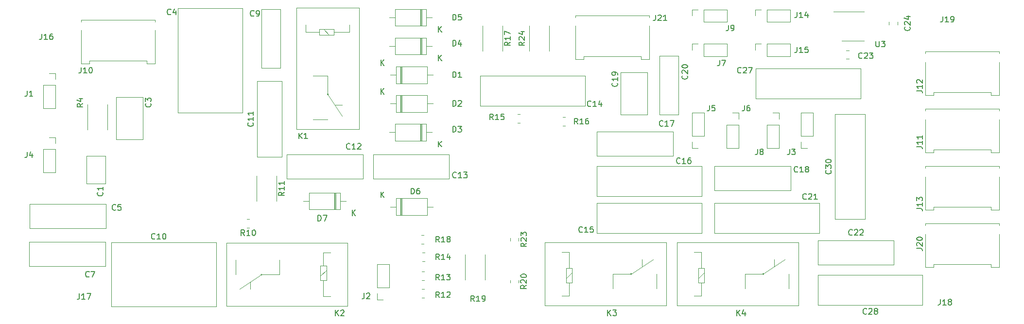
<source format=gbr>
%TF.GenerationSoftware,KiCad,Pcbnew,(5.1.10)-1*%
%TF.CreationDate,2021-11-22T13:13:25+01:00*%
%TF.ProjectId,Amplificatore,416d706c-6966-4696-9361-746f72652e6b,rev?*%
%TF.SameCoordinates,Original*%
%TF.FileFunction,Legend,Top*%
%TF.FilePolarity,Positive*%
%FSLAX46Y46*%
G04 Gerber Fmt 4.6, Leading zero omitted, Abs format (unit mm)*
G04 Created by KiCad (PCBNEW (5.1.10)-1) date 2021-11-22 13:13:25*
%MOMM*%
%LPD*%
G01*
G04 APERTURE LIST*
%ADD10C,0.120000*%
%ADD11C,0.150000*%
G04 APERTURE END LIST*
D10*
%TO.C,R20*%
X134255000Y-86102936D02*
X134255000Y-86557064D01*
X135725000Y-86102936D02*
X135725000Y-86557064D01*
%TO.C,R18*%
X119221064Y-78287000D02*
X118766936Y-78287000D01*
X119221064Y-79757000D02*
X118766936Y-79757000D01*
%TO.C,R14*%
X118916936Y-82805000D02*
X119371064Y-82805000D01*
X118916936Y-81335000D02*
X119371064Y-81335000D01*
%TO.C,R13*%
X119325064Y-84637000D02*
X118870936Y-84637000D01*
X119325064Y-86107000D02*
X118870936Y-86107000D01*
%TO.C,R12*%
X119325064Y-87685000D02*
X118870936Y-87685000D01*
X119325064Y-89155000D02*
X118870936Y-89155000D01*
%TO.C,R10*%
X88844564Y-76963000D02*
X88390436Y-76963000D01*
X88844564Y-75493000D02*
X88390436Y-75493000D01*
%TO.C,R15*%
X135985064Y-57205000D02*
X135530936Y-57205000D01*
X135985064Y-58675000D02*
X135530936Y-58675000D01*
%TO.C,J21*%
X158497000Y-40286000D02*
X158497000Y-39976000D01*
X158497000Y-39976000D02*
X145627000Y-39976000D01*
X145627000Y-39976000D02*
X145627000Y-40286000D01*
X158497000Y-41806000D02*
X158497000Y-47566000D01*
X158497000Y-47566000D02*
X157077000Y-47566000D01*
X157077000Y-47566000D02*
X157077000Y-47066000D01*
X157077000Y-47066000D02*
X147047000Y-47066000D01*
X147047000Y-47066000D02*
X147047000Y-47566000D01*
X147047000Y-47566000D02*
X145627000Y-47566000D01*
X145627000Y-47566000D02*
X145627000Y-41806000D01*
%TO.C,J20*%
X219457000Y-76570000D02*
X219457000Y-76260000D01*
X219457000Y-76260000D02*
X206587000Y-76260000D01*
X206587000Y-76260000D02*
X206587000Y-76570000D01*
X219457000Y-78090000D02*
X219457000Y-83850000D01*
X219457000Y-83850000D02*
X218037000Y-83850000D01*
X218037000Y-83850000D02*
X218037000Y-83350000D01*
X218037000Y-83350000D02*
X208007000Y-83350000D01*
X208007000Y-83350000D02*
X208007000Y-83850000D01*
X208007000Y-83850000D02*
X206587000Y-83850000D01*
X206587000Y-83850000D02*
X206587000Y-78090000D01*
%TO.C,J10*%
X72391000Y-41048000D02*
X72391000Y-40738000D01*
X72391000Y-40738000D02*
X59521000Y-40738000D01*
X59521000Y-40738000D02*
X59521000Y-41048000D01*
X72391000Y-42568000D02*
X72391000Y-48328000D01*
X72391000Y-48328000D02*
X70971000Y-48328000D01*
X70971000Y-48328000D02*
X70971000Y-47828000D01*
X70971000Y-47828000D02*
X60941000Y-47828000D01*
X60941000Y-47828000D02*
X60941000Y-48328000D01*
X60941000Y-48328000D02*
X59521000Y-48328000D01*
X59521000Y-48328000D02*
X59521000Y-42568000D01*
%TO.C,C30*%
X190870000Y-57210000D02*
X196110000Y-57210000D01*
X190870000Y-75450000D02*
X196110000Y-75450000D01*
X196110000Y-75450000D02*
X196110000Y-57210000D01*
X190870000Y-75450000D02*
X190870000Y-57210000D01*
%TO.C,C28*%
X187870000Y-90450000D02*
X187870000Y-85210000D01*
X206110000Y-90450000D02*
X206110000Y-85210000D01*
X206110000Y-85210000D02*
X187870000Y-85210000D01*
X206110000Y-90450000D02*
X187870000Y-90450000D01*
%TO.C,C27*%
X195304000Y-49210000D02*
X195304000Y-54450000D01*
X177064000Y-49210000D02*
X177064000Y-54450000D01*
X177064000Y-54450000D02*
X195304000Y-54450000D01*
X177064000Y-49210000D02*
X195304000Y-49210000D01*
%TO.C,C24*%
X201725000Y-41068748D02*
X201725000Y-41591252D01*
X200255000Y-41068748D02*
X200255000Y-41591252D01*
%TO.C,C23*%
X192766748Y-46095000D02*
X193289252Y-46095000D01*
X192766748Y-47565000D02*
X193289252Y-47565000D01*
%TO.C,U3*%
X193990000Y-44390000D02*
X195940000Y-44390000D01*
X193990000Y-44390000D02*
X192040000Y-44390000D01*
X193990000Y-39270000D02*
X195940000Y-39270000D01*
X193990000Y-39270000D02*
X190540000Y-39270000D01*
%TO.C,J15*%
X179000000Y-47060000D02*
X179000000Y-44940000D01*
X179000000Y-47060000D02*
X183060000Y-47060000D01*
X183060000Y-47060000D02*
X183060000Y-44940000D01*
X179000000Y-44940000D02*
X183060000Y-44940000D01*
X176940000Y-44940000D02*
X178000000Y-44940000D01*
X176940000Y-46000000D02*
X176940000Y-44940000D01*
%TO.C,J14*%
X179000000Y-41060000D02*
X179000000Y-38940000D01*
X179000000Y-41060000D02*
X183060000Y-41060000D01*
X183060000Y-41060000D02*
X183060000Y-38940000D01*
X179000000Y-38940000D02*
X183060000Y-38940000D01*
X176940000Y-38940000D02*
X178000000Y-38940000D01*
X176940000Y-40000000D02*
X176940000Y-38940000D01*
%TO.C,J13*%
X206587000Y-73850000D02*
X206587000Y-68090000D01*
X208007000Y-73850000D02*
X206587000Y-73850000D01*
X208007000Y-73350000D02*
X208007000Y-73850000D01*
X218037000Y-73350000D02*
X208007000Y-73350000D01*
X218037000Y-73850000D02*
X218037000Y-73350000D01*
X219457000Y-73850000D02*
X218037000Y-73850000D01*
X219457000Y-68090000D02*
X219457000Y-73850000D01*
X206587000Y-66260000D02*
X206587000Y-66570000D01*
X219457000Y-66260000D02*
X206587000Y-66260000D01*
X219457000Y-66570000D02*
X219457000Y-66260000D01*
%TO.C,J12*%
X206587000Y-53850000D02*
X206587000Y-48090000D01*
X208007000Y-53850000D02*
X206587000Y-53850000D01*
X208007000Y-53350000D02*
X208007000Y-53850000D01*
X218037000Y-53350000D02*
X208007000Y-53350000D01*
X218037000Y-53850000D02*
X218037000Y-53350000D01*
X219457000Y-53850000D02*
X218037000Y-53850000D01*
X219457000Y-48090000D02*
X219457000Y-53850000D01*
X206587000Y-46260000D02*
X206587000Y-46570000D01*
X219457000Y-46260000D02*
X206587000Y-46260000D01*
X219457000Y-46570000D02*
X219457000Y-46260000D01*
%TO.C,J11*%
X206587000Y-63850000D02*
X206587000Y-58090000D01*
X208007000Y-63850000D02*
X206587000Y-63850000D01*
X208007000Y-63350000D02*
X208007000Y-63850000D01*
X218037000Y-63350000D02*
X208007000Y-63350000D01*
X218037000Y-63850000D02*
X218037000Y-63350000D01*
X219457000Y-63850000D02*
X218037000Y-63850000D01*
X219457000Y-58090000D02*
X219457000Y-63850000D01*
X206587000Y-56260000D02*
X206587000Y-56570000D01*
X219457000Y-56260000D02*
X206587000Y-56260000D01*
X219457000Y-56570000D02*
X219457000Y-56260000D01*
%TO.C,R24*%
X141024000Y-41792936D02*
X141024000Y-46147064D01*
X137604000Y-41792936D02*
X137604000Y-46147064D01*
%TO.C,R23*%
X135731000Y-78794936D02*
X135731000Y-79249064D01*
X134261000Y-78794936D02*
X134261000Y-79249064D01*
%TO.C,J9*%
X168000000Y-41060000D02*
X168000000Y-38940000D01*
X168000000Y-41060000D02*
X172060000Y-41060000D01*
X172060000Y-41060000D02*
X172060000Y-38940000D01*
X168000000Y-38940000D02*
X172060000Y-38940000D01*
X165940000Y-38940000D02*
X167000000Y-38940000D01*
X165940000Y-40000000D02*
X165940000Y-38940000D01*
%TO.C,J8*%
X178940000Y-59000000D02*
X181060000Y-59000000D01*
X178940000Y-59000000D02*
X178940000Y-63060000D01*
X178940000Y-63060000D02*
X181060000Y-63060000D01*
X181060000Y-59000000D02*
X181060000Y-63060000D01*
X181060000Y-56940000D02*
X181060000Y-58000000D01*
X180000000Y-56940000D02*
X181060000Y-56940000D01*
%TO.C,J7*%
X168000000Y-47060000D02*
X168000000Y-44940000D01*
X168000000Y-47060000D02*
X172060000Y-47060000D01*
X172060000Y-47060000D02*
X172060000Y-44940000D01*
X168000000Y-44940000D02*
X172060000Y-44940000D01*
X165940000Y-44940000D02*
X167000000Y-44940000D01*
X165940000Y-46000000D02*
X165940000Y-44940000D01*
%TO.C,J6*%
X171940000Y-59000000D02*
X174060000Y-59000000D01*
X171940000Y-59000000D02*
X171940000Y-63060000D01*
X171940000Y-63060000D02*
X174060000Y-63060000D01*
X174060000Y-59000000D02*
X174060000Y-63060000D01*
X174060000Y-56940000D02*
X174060000Y-58000000D01*
X173000000Y-56940000D02*
X174060000Y-56940000D01*
%TO.C,J5*%
X168050000Y-61000000D02*
X165930000Y-61000000D01*
X168050000Y-61000000D02*
X168050000Y-56940000D01*
X168050000Y-56940000D02*
X165930000Y-56940000D01*
X165930000Y-61000000D02*
X165930000Y-56940000D01*
X165930000Y-63060000D02*
X165930000Y-62000000D01*
X166990000Y-63060000D02*
X165930000Y-63060000D01*
%TO.C,C22*%
X187870000Y-83450000D02*
X187870000Y-79210000D01*
X201110000Y-83450000D02*
X201110000Y-79210000D01*
X201110000Y-79210000D02*
X187870000Y-79210000D01*
X201110000Y-83450000D02*
X187870000Y-83450000D01*
%TO.C,C21*%
X169870000Y-72710000D02*
X188110000Y-72710000D01*
X169870000Y-77950000D02*
X188110000Y-77950000D01*
X169870000Y-72710000D02*
X169870000Y-77950000D01*
X188110000Y-72710000D02*
X188110000Y-77950000D01*
%TO.C,C20*%
X160300000Y-57278000D02*
X160300000Y-47038000D01*
X163540000Y-57278000D02*
X163540000Y-47038000D01*
X160300000Y-57278000D02*
X163540000Y-57278000D01*
X160300000Y-47038000D02*
X163540000Y-47038000D01*
%TO.C,C19*%
X158194000Y-57302000D02*
X153454000Y-57302000D01*
X158194000Y-49862000D02*
X153454000Y-49862000D01*
X153454000Y-49862000D02*
X153454000Y-57302000D01*
X158194000Y-49862000D02*
X158194000Y-57302000D01*
%TO.C,C18*%
X183110000Y-70450000D02*
X169870000Y-70450000D01*
X183110000Y-66210000D02*
X169870000Y-66210000D01*
X183110000Y-70450000D02*
X183110000Y-66210000D01*
X169870000Y-70450000D02*
X169870000Y-66210000D01*
%TO.C,C17*%
X162610000Y-64450000D02*
X149370000Y-64450000D01*
X162610000Y-60210000D02*
X149370000Y-60210000D01*
X162610000Y-64450000D02*
X162610000Y-60210000D01*
X149370000Y-64450000D02*
X149370000Y-60210000D01*
%TO.C,C16*%
X167610000Y-71450000D02*
X149370000Y-71450000D01*
X167610000Y-66210000D02*
X149370000Y-66210000D01*
X167610000Y-71450000D02*
X167610000Y-66210000D01*
X149370000Y-71450000D02*
X149370000Y-66210000D01*
%TO.C,J4*%
X52910000Y-63258000D02*
X55030000Y-63258000D01*
X52910000Y-63258000D02*
X52910000Y-67318000D01*
X52910000Y-67318000D02*
X55030000Y-67318000D01*
X55030000Y-63258000D02*
X55030000Y-67318000D01*
X55030000Y-61198000D02*
X55030000Y-62258000D01*
X53970000Y-61198000D02*
X55030000Y-61198000D01*
%TO.C,K4*%
X182770000Y-87560000D02*
X182770000Y-85020000D01*
X178325000Y-85020000D02*
X182135000Y-82480000D01*
X180230000Y-82480000D02*
X180230000Y-83750000D01*
X175150000Y-87560000D02*
X175150000Y-85020000D01*
X175150000Y-85020000D02*
X178325000Y-85020000D01*
X167020000Y-85780000D02*
X168040000Y-84770000D01*
X167530000Y-81210000D02*
X166260000Y-81210000D01*
X167530000Y-84000000D02*
X167530000Y-81210000D01*
X167530000Y-88830000D02*
X167530000Y-86540000D01*
X166260000Y-88830000D02*
X167530000Y-88830000D01*
X167530000Y-86540000D02*
X167020000Y-86540000D01*
X167020000Y-86540000D02*
X167020000Y-84000000D01*
X167020000Y-84000000D02*
X167530000Y-84000000D01*
X167530000Y-84000000D02*
X168040000Y-84000000D01*
X168040000Y-84000000D02*
X168040000Y-86540000D01*
X168040000Y-86540000D02*
X167530000Y-86540000D01*
X163310000Y-90520000D02*
X184450000Y-90520000D01*
X184450000Y-90520000D02*
X184450000Y-79520000D01*
X163310000Y-90520000D02*
X163310000Y-79520000D01*
X163310000Y-79520000D02*
X184450000Y-79520000D01*
X178452000Y-85020000D02*
G75*
G03*
X178452000Y-85020000I-127000J0D01*
G01*
%TO.C,K3*%
X159770000Y-87560000D02*
X159770000Y-85020000D01*
X155325000Y-85020000D02*
X159135000Y-82480000D01*
X157230000Y-82480000D02*
X157230000Y-83750000D01*
X152150000Y-87560000D02*
X152150000Y-85020000D01*
X152150000Y-85020000D02*
X155325000Y-85020000D01*
X144020000Y-85780000D02*
X145040000Y-84770000D01*
X144530000Y-81210000D02*
X143260000Y-81210000D01*
X144530000Y-84000000D02*
X144530000Y-81210000D01*
X144530000Y-88830000D02*
X144530000Y-86540000D01*
X143260000Y-88830000D02*
X144530000Y-88830000D01*
X144530000Y-86540000D02*
X144020000Y-86540000D01*
X144020000Y-86540000D02*
X144020000Y-84000000D01*
X144020000Y-84000000D02*
X144530000Y-84000000D01*
X144530000Y-84000000D02*
X145040000Y-84000000D01*
X145040000Y-84000000D02*
X145040000Y-86540000D01*
X145040000Y-86540000D02*
X144530000Y-86540000D01*
X140310000Y-90520000D02*
X161450000Y-90520000D01*
X161450000Y-90520000D02*
X161450000Y-79520000D01*
X140310000Y-90520000D02*
X140310000Y-79520000D01*
X140310000Y-79520000D02*
X161450000Y-79520000D01*
X155452000Y-85020000D02*
G75*
G03*
X155452000Y-85020000I-127000J0D01*
G01*
%TO.C,J3*%
X187050000Y-61000000D02*
X184930000Y-61000000D01*
X187050000Y-61000000D02*
X187050000Y-56940000D01*
X187050000Y-56940000D02*
X184930000Y-56940000D01*
X184930000Y-61000000D02*
X184930000Y-56940000D01*
X184930000Y-63060000D02*
X184930000Y-62000000D01*
X185990000Y-63060000D02*
X184930000Y-63060000D01*
%TO.C,C15*%
X167610000Y-72710000D02*
X167610000Y-77950000D01*
X149370000Y-72710000D02*
X149370000Y-77950000D01*
X149370000Y-77950000D02*
X167610000Y-77950000D01*
X149370000Y-72710000D02*
X167610000Y-72710000D01*
%TO.C,R19*%
X126428000Y-81670936D02*
X126428000Y-86025064D01*
X129848000Y-81670936D02*
X129848000Y-86025064D01*
%TO.C,K2*%
X91054000Y-85118000D02*
G75*
G03*
X91054000Y-85118000I-127000J0D01*
G01*
X105942000Y-90618000D02*
X84802000Y-90618000D01*
X105942000Y-79618000D02*
X105942000Y-90618000D01*
X84802000Y-79618000D02*
X84802000Y-90618000D01*
X105942000Y-79618000D02*
X84802000Y-79618000D01*
X101212000Y-83598000D02*
X101722000Y-83598000D01*
X101212000Y-86138000D02*
X101212000Y-83598000D01*
X101722000Y-86138000D02*
X101212000Y-86138000D01*
X102232000Y-86138000D02*
X101722000Y-86138000D01*
X102232000Y-83598000D02*
X102232000Y-86138000D01*
X101722000Y-83598000D02*
X102232000Y-83598000D01*
X102992000Y-81308000D02*
X101722000Y-81308000D01*
X101722000Y-81308000D02*
X101722000Y-83598000D01*
X101722000Y-86138000D02*
X101722000Y-88928000D01*
X101722000Y-88928000D02*
X102992000Y-88928000D01*
X102232000Y-84358000D02*
X101212000Y-85368000D01*
X94102000Y-85118000D02*
X90927000Y-85118000D01*
X94102000Y-82578000D02*
X94102000Y-85118000D01*
X89022000Y-87658000D02*
X89022000Y-86388000D01*
X90927000Y-85118000D02*
X87117000Y-87658000D01*
X86482000Y-82578000D02*
X86482000Y-85118000D01*
%TO.C,D7*%
X103850000Y-73800000D02*
X103850000Y-70860000D01*
X103610000Y-73800000D02*
X103610000Y-70860000D01*
X103730000Y-73800000D02*
X103730000Y-70860000D01*
X98170000Y-72330000D02*
X99190000Y-72330000D01*
X105650000Y-72330000D02*
X104630000Y-72330000D01*
X99190000Y-73800000D02*
X104630000Y-73800000D01*
X99190000Y-70860000D02*
X99190000Y-73800000D01*
X104630000Y-70860000D02*
X99190000Y-70860000D01*
X104630000Y-73800000D02*
X104630000Y-70860000D01*
%TO.C,D6*%
X115130000Y-71860000D02*
X115130000Y-74800000D01*
X115370000Y-71860000D02*
X115370000Y-74800000D01*
X115250000Y-71860000D02*
X115250000Y-74800000D01*
X120810000Y-73330000D02*
X119790000Y-73330000D01*
X113330000Y-73330000D02*
X114350000Y-73330000D01*
X119790000Y-71860000D02*
X114350000Y-71860000D01*
X119790000Y-74800000D02*
X119790000Y-71860000D01*
X114350000Y-74800000D02*
X119790000Y-74800000D01*
X114350000Y-71860000D02*
X114350000Y-74800000D01*
%TO.C,C14*%
X129044000Y-55734000D02*
X129044000Y-50494000D01*
X147284000Y-55734000D02*
X147284000Y-50494000D01*
X147284000Y-50494000D02*
X129044000Y-50494000D01*
X147284000Y-55734000D02*
X129044000Y-55734000D01*
%TO.C,C13*%
X123610000Y-64210000D02*
X123610000Y-68450000D01*
X110370000Y-64210000D02*
X110370000Y-68450000D01*
X110370000Y-68450000D02*
X123610000Y-68450000D01*
X110370000Y-64210000D02*
X123610000Y-64210000D01*
%TO.C,R17*%
X129476000Y-41792936D02*
X129476000Y-46147064D01*
X132896000Y-41792936D02*
X132896000Y-46147064D01*
%TO.C,R16*%
X143404936Y-59183000D02*
X143859064Y-59183000D01*
X143404936Y-57713000D02*
X143859064Y-57713000D01*
%TO.C,J2*%
X113196000Y-87420000D02*
X111076000Y-87420000D01*
X113196000Y-87420000D02*
X113196000Y-83360000D01*
X113196000Y-83360000D02*
X111076000Y-83360000D01*
X111076000Y-87420000D02*
X111076000Y-83360000D01*
X111076000Y-89480000D02*
X111076000Y-88420000D01*
X112136000Y-89480000D02*
X111076000Y-89480000D01*
%TO.C,D5*%
X119630000Y-41800000D02*
X119630000Y-38860000D01*
X119630000Y-38860000D02*
X114190000Y-38860000D01*
X114190000Y-38860000D02*
X114190000Y-41800000D01*
X114190000Y-41800000D02*
X119630000Y-41800000D01*
X120650000Y-40330000D02*
X119630000Y-40330000D01*
X113170000Y-40330000D02*
X114190000Y-40330000D01*
X118730000Y-41800000D02*
X118730000Y-38860000D01*
X118610000Y-41800000D02*
X118610000Y-38860000D01*
X118850000Y-41800000D02*
X118850000Y-38860000D01*
%TO.C,D4*%
X119630000Y-46800000D02*
X119630000Y-43860000D01*
X119630000Y-43860000D02*
X114190000Y-43860000D01*
X114190000Y-43860000D02*
X114190000Y-46800000D01*
X114190000Y-46800000D02*
X119630000Y-46800000D01*
X120650000Y-45330000D02*
X119630000Y-45330000D01*
X113170000Y-45330000D02*
X114190000Y-45330000D01*
X118730000Y-46800000D02*
X118730000Y-43860000D01*
X118610000Y-46800000D02*
X118610000Y-43860000D01*
X118850000Y-46800000D02*
X118850000Y-43860000D01*
%TO.C,D3*%
X119630000Y-61800000D02*
X119630000Y-58860000D01*
X119630000Y-58860000D02*
X114190000Y-58860000D01*
X114190000Y-58860000D02*
X114190000Y-61800000D01*
X114190000Y-61800000D02*
X119630000Y-61800000D01*
X120650000Y-60330000D02*
X119630000Y-60330000D01*
X113170000Y-60330000D02*
X114190000Y-60330000D01*
X118730000Y-61800000D02*
X118730000Y-58860000D01*
X118610000Y-61800000D02*
X118610000Y-58860000D01*
X118850000Y-61800000D02*
X118850000Y-58860000D01*
%TO.C,D2*%
X114350000Y-53860000D02*
X114350000Y-56800000D01*
X114350000Y-56800000D02*
X119790000Y-56800000D01*
X119790000Y-56800000D02*
X119790000Y-53860000D01*
X119790000Y-53860000D02*
X114350000Y-53860000D01*
X113330000Y-55330000D02*
X114350000Y-55330000D01*
X120810000Y-55330000D02*
X119790000Y-55330000D01*
X115250000Y-53860000D02*
X115250000Y-56800000D01*
X115370000Y-53860000D02*
X115370000Y-56800000D01*
X115130000Y-53860000D02*
X115130000Y-56800000D01*
%TO.C,D1*%
X114350000Y-48860000D02*
X114350000Y-51800000D01*
X114350000Y-51800000D02*
X119790000Y-51800000D01*
X119790000Y-51800000D02*
X119790000Y-48860000D01*
X119790000Y-48860000D02*
X114350000Y-48860000D01*
X113330000Y-50330000D02*
X114350000Y-50330000D01*
X120810000Y-50330000D02*
X119790000Y-50330000D01*
X115250000Y-48860000D02*
X115250000Y-51800000D01*
X115370000Y-48860000D02*
X115370000Y-51800000D01*
X115130000Y-48860000D02*
X115130000Y-51800000D01*
%TO.C,C12*%
X108610000Y-68450000D02*
X95370000Y-68450000D01*
X108610000Y-64210000D02*
X95370000Y-64210000D01*
X108610000Y-68450000D02*
X108610000Y-64210000D01*
X95370000Y-68450000D02*
X95370000Y-64210000D01*
%TO.C,R11*%
X93526000Y-67954936D02*
X93526000Y-72309064D01*
X90106000Y-67954936D02*
X90106000Y-72309064D01*
%TO.C,K1*%
X99944000Y-58110000D02*
X102484000Y-58110000D01*
X102484000Y-53665000D02*
X105024000Y-57475000D01*
X105024000Y-55570000D02*
X103754000Y-55570000D01*
X99944000Y-50490000D02*
X102484000Y-50490000D01*
X102484000Y-50490000D02*
X102484000Y-53665000D01*
X101724000Y-42360000D02*
X102734000Y-43380000D01*
X106294000Y-42870000D02*
X106294000Y-41600000D01*
X103504000Y-42870000D02*
X106294000Y-42870000D01*
X98674000Y-42870000D02*
X100964000Y-42870000D01*
X98674000Y-41600000D02*
X98674000Y-42870000D01*
X100964000Y-42870000D02*
X100964000Y-42360000D01*
X100964000Y-42360000D02*
X103504000Y-42360000D01*
X103504000Y-42360000D02*
X103504000Y-42870000D01*
X103504000Y-42870000D02*
X103504000Y-43380000D01*
X103504000Y-43380000D02*
X100964000Y-43380000D01*
X100964000Y-43380000D02*
X100964000Y-42870000D01*
X96984000Y-38650000D02*
X96984000Y-59790000D01*
X96984000Y-59790000D02*
X107984000Y-59790000D01*
X96984000Y-38650000D02*
X107984000Y-38650000D01*
X107984000Y-38650000D02*
X107984000Y-59790000D01*
X102611000Y-53665000D02*
G75*
G03*
X102611000Y-53665000I-127000J0D01*
G01*
%TO.C,J1*%
X53970000Y-50054000D02*
X55030000Y-50054000D01*
X55030000Y-50054000D02*
X55030000Y-51114000D01*
X55030000Y-52114000D02*
X55030000Y-56174000D01*
X52910000Y-56174000D02*
X55030000Y-56174000D01*
X52910000Y-52114000D02*
X52910000Y-56174000D01*
X52910000Y-52114000D02*
X55030000Y-52114000D01*
%TO.C,C11*%
X90204000Y-64640000D02*
X90204000Y-51400000D01*
X94444000Y-64640000D02*
X94444000Y-51400000D01*
X90204000Y-64640000D02*
X94444000Y-64640000D01*
X90204000Y-51400000D02*
X94444000Y-51400000D01*
%TO.C,C10*%
X83036000Y-79498000D02*
X83036000Y-90738000D01*
X64796000Y-79498000D02*
X64796000Y-90738000D01*
X64796000Y-90738000D02*
X83036000Y-90738000D01*
X64796000Y-79498000D02*
X83036000Y-79498000D01*
%TO.C,C9*%
X90958000Y-38910000D02*
X94198000Y-38910000D01*
X90958000Y-49150000D02*
X94198000Y-49150000D01*
X94198000Y-49150000D02*
X94198000Y-38910000D01*
X90958000Y-49150000D02*
X90958000Y-38910000D01*
%TO.C,C7*%
X50478000Y-83682000D02*
X50478000Y-79442000D01*
X63718000Y-83682000D02*
X63718000Y-79442000D01*
X63718000Y-79442000D02*
X50478000Y-79442000D01*
X63718000Y-83682000D02*
X50478000Y-83682000D01*
%TO.C,C5*%
X63812000Y-72838000D02*
X63812000Y-77078000D01*
X50572000Y-72838000D02*
X50572000Y-77078000D01*
X50572000Y-77078000D02*
X63812000Y-77078000D01*
X50572000Y-72838000D02*
X63812000Y-72838000D01*
%TO.C,R4*%
X60642000Y-55508936D02*
X60642000Y-59863064D01*
X64062000Y-55508936D02*
X64062000Y-59863064D01*
%TO.C,C3*%
X70310000Y-54180000D02*
X70310000Y-61620000D01*
X65570000Y-54180000D02*
X65570000Y-61620000D01*
X70310000Y-54180000D02*
X65570000Y-54180000D01*
X70310000Y-61620000D02*
X65570000Y-61620000D01*
%TO.C,C1*%
X60478000Y-69270000D02*
X60478000Y-64430000D01*
X63718000Y-69270000D02*
X63718000Y-64430000D01*
X60478000Y-69270000D02*
X63718000Y-69270000D01*
X60478000Y-64430000D02*
X63718000Y-64430000D01*
%TO.C,C4*%
X87610000Y-56950000D02*
X76370000Y-56950000D01*
X87610000Y-38710000D02*
X76370000Y-38710000D01*
X76370000Y-38710000D02*
X76370000Y-56950000D01*
X87610000Y-38710000D02*
X87610000Y-56950000D01*
%TO.C,R20*%
D11*
X137092380Y-86972857D02*
X136616190Y-87306190D01*
X137092380Y-87544285D02*
X136092380Y-87544285D01*
X136092380Y-87163333D01*
X136140000Y-87068095D01*
X136187619Y-87020476D01*
X136282857Y-86972857D01*
X136425714Y-86972857D01*
X136520952Y-87020476D01*
X136568571Y-87068095D01*
X136616190Y-87163333D01*
X136616190Y-87544285D01*
X136187619Y-86591904D02*
X136140000Y-86544285D01*
X136092380Y-86449047D01*
X136092380Y-86210952D01*
X136140000Y-86115714D01*
X136187619Y-86068095D01*
X136282857Y-86020476D01*
X136378095Y-86020476D01*
X136520952Y-86068095D01*
X137092380Y-86639523D01*
X137092380Y-86020476D01*
X136092380Y-85401428D02*
X136092380Y-85306190D01*
X136140000Y-85210952D01*
X136187619Y-85163333D01*
X136282857Y-85115714D01*
X136473333Y-85068095D01*
X136711428Y-85068095D01*
X136901904Y-85115714D01*
X136997142Y-85163333D01*
X137044761Y-85210952D01*
X137092380Y-85306190D01*
X137092380Y-85401428D01*
X137044761Y-85496666D01*
X136997142Y-85544285D01*
X136901904Y-85591904D01*
X136711428Y-85639523D01*
X136473333Y-85639523D01*
X136282857Y-85591904D01*
X136187619Y-85544285D01*
X136140000Y-85496666D01*
X136092380Y-85401428D01*
%TO.C,R18*%
X121907142Y-79474380D02*
X121573809Y-78998190D01*
X121335714Y-79474380D02*
X121335714Y-78474380D01*
X121716666Y-78474380D01*
X121811904Y-78522000D01*
X121859523Y-78569619D01*
X121907142Y-78664857D01*
X121907142Y-78807714D01*
X121859523Y-78902952D01*
X121811904Y-78950571D01*
X121716666Y-78998190D01*
X121335714Y-78998190D01*
X122859523Y-79474380D02*
X122288095Y-79474380D01*
X122573809Y-79474380D02*
X122573809Y-78474380D01*
X122478571Y-78617238D01*
X122383333Y-78712476D01*
X122288095Y-78760095D01*
X123430952Y-78902952D02*
X123335714Y-78855333D01*
X123288095Y-78807714D01*
X123240476Y-78712476D01*
X123240476Y-78664857D01*
X123288095Y-78569619D01*
X123335714Y-78522000D01*
X123430952Y-78474380D01*
X123621428Y-78474380D01*
X123716666Y-78522000D01*
X123764285Y-78569619D01*
X123811904Y-78664857D01*
X123811904Y-78712476D01*
X123764285Y-78807714D01*
X123716666Y-78855333D01*
X123621428Y-78902952D01*
X123430952Y-78902952D01*
X123335714Y-78950571D01*
X123288095Y-78998190D01*
X123240476Y-79093428D01*
X123240476Y-79283904D01*
X123288095Y-79379142D01*
X123335714Y-79426761D01*
X123430952Y-79474380D01*
X123621428Y-79474380D01*
X123716666Y-79426761D01*
X123764285Y-79379142D01*
X123811904Y-79283904D01*
X123811904Y-79093428D01*
X123764285Y-78998190D01*
X123716666Y-78950571D01*
X123621428Y-78902952D01*
%TO.C,R14*%
X121906642Y-82522380D02*
X121573309Y-82046190D01*
X121335214Y-82522380D02*
X121335214Y-81522380D01*
X121716166Y-81522380D01*
X121811404Y-81570000D01*
X121859023Y-81617619D01*
X121906642Y-81712857D01*
X121906642Y-81855714D01*
X121859023Y-81950952D01*
X121811404Y-81998571D01*
X121716166Y-82046190D01*
X121335214Y-82046190D01*
X122859023Y-82522380D02*
X122287595Y-82522380D01*
X122573309Y-82522380D02*
X122573309Y-81522380D01*
X122478071Y-81665238D01*
X122382833Y-81760476D01*
X122287595Y-81808095D01*
X123716166Y-81855714D02*
X123716166Y-82522380D01*
X123478071Y-81474761D02*
X123239976Y-82189047D01*
X123859023Y-82189047D01*
%TO.C,R13*%
X121907642Y-86078380D02*
X121574309Y-85602190D01*
X121336214Y-86078380D02*
X121336214Y-85078380D01*
X121717166Y-85078380D01*
X121812404Y-85126000D01*
X121860023Y-85173619D01*
X121907642Y-85268857D01*
X121907642Y-85411714D01*
X121860023Y-85506952D01*
X121812404Y-85554571D01*
X121717166Y-85602190D01*
X121336214Y-85602190D01*
X122860023Y-86078380D02*
X122288595Y-86078380D01*
X122574309Y-86078380D02*
X122574309Y-85078380D01*
X122479071Y-85221238D01*
X122383833Y-85316476D01*
X122288595Y-85364095D01*
X123193357Y-85078380D02*
X123812404Y-85078380D01*
X123479071Y-85459333D01*
X123621928Y-85459333D01*
X123717166Y-85506952D01*
X123764785Y-85554571D01*
X123812404Y-85649809D01*
X123812404Y-85887904D01*
X123764785Y-85983142D01*
X123717166Y-86030761D01*
X123621928Y-86078380D01*
X123336214Y-86078380D01*
X123240976Y-86030761D01*
X123193357Y-85983142D01*
%TO.C,R12*%
X121907642Y-89126380D02*
X121574309Y-88650190D01*
X121336214Y-89126380D02*
X121336214Y-88126380D01*
X121717166Y-88126380D01*
X121812404Y-88174000D01*
X121860023Y-88221619D01*
X121907642Y-88316857D01*
X121907642Y-88459714D01*
X121860023Y-88554952D01*
X121812404Y-88602571D01*
X121717166Y-88650190D01*
X121336214Y-88650190D01*
X122860023Y-89126380D02*
X122288595Y-89126380D01*
X122574309Y-89126380D02*
X122574309Y-88126380D01*
X122479071Y-88269238D01*
X122383833Y-88364476D01*
X122288595Y-88412095D01*
X123240976Y-88221619D02*
X123288595Y-88174000D01*
X123383833Y-88126380D01*
X123621928Y-88126380D01*
X123717166Y-88174000D01*
X123764785Y-88221619D01*
X123812404Y-88316857D01*
X123812404Y-88412095D01*
X123764785Y-88554952D01*
X123193357Y-89126380D01*
X123812404Y-89126380D01*
%TO.C,R10*%
X87974642Y-78330380D02*
X87641309Y-77854190D01*
X87403214Y-78330380D02*
X87403214Y-77330380D01*
X87784166Y-77330380D01*
X87879404Y-77378000D01*
X87927023Y-77425619D01*
X87974642Y-77520857D01*
X87974642Y-77663714D01*
X87927023Y-77758952D01*
X87879404Y-77806571D01*
X87784166Y-77854190D01*
X87403214Y-77854190D01*
X88927023Y-78330380D02*
X88355595Y-78330380D01*
X88641309Y-78330380D02*
X88641309Y-77330380D01*
X88546071Y-77473238D01*
X88450833Y-77568476D01*
X88355595Y-77616095D01*
X89546071Y-77330380D02*
X89641309Y-77330380D01*
X89736547Y-77378000D01*
X89784166Y-77425619D01*
X89831785Y-77520857D01*
X89879404Y-77711333D01*
X89879404Y-77949428D01*
X89831785Y-78139904D01*
X89784166Y-78235142D01*
X89736547Y-78282761D01*
X89641309Y-78330380D01*
X89546071Y-78330380D01*
X89450833Y-78282761D01*
X89403214Y-78235142D01*
X89355595Y-78139904D01*
X89307976Y-77949428D01*
X89307976Y-77711333D01*
X89355595Y-77520857D01*
X89403214Y-77425619D01*
X89450833Y-77378000D01*
X89546071Y-77330380D01*
%TO.C,R15*%
X131305142Y-58138380D02*
X130971809Y-57662190D01*
X130733714Y-58138380D02*
X130733714Y-57138380D01*
X131114666Y-57138380D01*
X131209904Y-57186000D01*
X131257523Y-57233619D01*
X131305142Y-57328857D01*
X131305142Y-57471714D01*
X131257523Y-57566952D01*
X131209904Y-57614571D01*
X131114666Y-57662190D01*
X130733714Y-57662190D01*
X132257523Y-58138380D02*
X131686095Y-58138380D01*
X131971809Y-58138380D02*
X131971809Y-57138380D01*
X131876571Y-57281238D01*
X131781333Y-57376476D01*
X131686095Y-57424095D01*
X133162285Y-57138380D02*
X132686095Y-57138380D01*
X132638476Y-57614571D01*
X132686095Y-57566952D01*
X132781333Y-57519333D01*
X133019428Y-57519333D01*
X133114666Y-57566952D01*
X133162285Y-57614571D01*
X133209904Y-57709809D01*
X133209904Y-57947904D01*
X133162285Y-58043142D01*
X133114666Y-58090761D01*
X133019428Y-58138380D01*
X132781333Y-58138380D01*
X132686095Y-58090761D01*
X132638476Y-58043142D01*
%TO.C,J21*%
X159586476Y-39866380D02*
X159586476Y-40580666D01*
X159538857Y-40723523D01*
X159443619Y-40818761D01*
X159300761Y-40866380D01*
X159205523Y-40866380D01*
X160015047Y-39961619D02*
X160062666Y-39914000D01*
X160157904Y-39866380D01*
X160396000Y-39866380D01*
X160491238Y-39914000D01*
X160538857Y-39961619D01*
X160586476Y-40056857D01*
X160586476Y-40152095D01*
X160538857Y-40294952D01*
X159967428Y-40866380D01*
X160586476Y-40866380D01*
X161538857Y-40866380D02*
X160967428Y-40866380D01*
X161253142Y-40866380D02*
X161253142Y-39866380D01*
X161157904Y-40009238D01*
X161062666Y-40104476D01*
X160967428Y-40152095D01*
%TO.C,J20*%
X205060380Y-80555523D02*
X205774666Y-80555523D01*
X205917523Y-80603142D01*
X206012761Y-80698380D01*
X206060380Y-80841238D01*
X206060380Y-80936476D01*
X205155619Y-80126952D02*
X205108000Y-80079333D01*
X205060380Y-79984095D01*
X205060380Y-79746000D01*
X205108000Y-79650761D01*
X205155619Y-79603142D01*
X205250857Y-79555523D01*
X205346095Y-79555523D01*
X205488952Y-79603142D01*
X206060380Y-80174571D01*
X206060380Y-79555523D01*
X205060380Y-78936476D02*
X205060380Y-78841238D01*
X205108000Y-78746000D01*
X205155619Y-78698380D01*
X205250857Y-78650761D01*
X205441333Y-78603142D01*
X205679428Y-78603142D01*
X205869904Y-78650761D01*
X205965142Y-78698380D01*
X206012761Y-78746000D01*
X206060380Y-78841238D01*
X206060380Y-78936476D01*
X206012761Y-79031714D01*
X205965142Y-79079333D01*
X205869904Y-79126952D01*
X205679428Y-79174571D01*
X205441333Y-79174571D01*
X205250857Y-79126952D01*
X205155619Y-79079333D01*
X205108000Y-79031714D01*
X205060380Y-78936476D01*
%TO.C,J10*%
X59510476Y-49010380D02*
X59510476Y-49724666D01*
X59462857Y-49867523D01*
X59367619Y-49962761D01*
X59224761Y-50010380D01*
X59129523Y-50010380D01*
X60510476Y-50010380D02*
X59939047Y-50010380D01*
X60224761Y-50010380D02*
X60224761Y-49010380D01*
X60129523Y-49153238D01*
X60034285Y-49248476D01*
X59939047Y-49296095D01*
X61129523Y-49010380D02*
X61224761Y-49010380D01*
X61320000Y-49058000D01*
X61367619Y-49105619D01*
X61415238Y-49200857D01*
X61462857Y-49391333D01*
X61462857Y-49629428D01*
X61415238Y-49819904D01*
X61367619Y-49915142D01*
X61320000Y-49962761D01*
X61224761Y-50010380D01*
X61129523Y-50010380D01*
X61034285Y-49962761D01*
X60986666Y-49915142D01*
X60939047Y-49819904D01*
X60891428Y-49629428D01*
X60891428Y-49391333D01*
X60939047Y-49200857D01*
X60986666Y-49105619D01*
X61034285Y-49058000D01*
X61129523Y-49010380D01*
%TO.C,C30*%
X190097142Y-66972857D02*
X190144761Y-67020476D01*
X190192380Y-67163333D01*
X190192380Y-67258571D01*
X190144761Y-67401428D01*
X190049523Y-67496666D01*
X189954285Y-67544285D01*
X189763809Y-67591904D01*
X189620952Y-67591904D01*
X189430476Y-67544285D01*
X189335238Y-67496666D01*
X189240000Y-67401428D01*
X189192380Y-67258571D01*
X189192380Y-67163333D01*
X189240000Y-67020476D01*
X189287619Y-66972857D01*
X189192380Y-66639523D02*
X189192380Y-66020476D01*
X189573333Y-66353809D01*
X189573333Y-66210952D01*
X189620952Y-66115714D01*
X189668571Y-66068095D01*
X189763809Y-66020476D01*
X190001904Y-66020476D01*
X190097142Y-66068095D01*
X190144761Y-66115714D01*
X190192380Y-66210952D01*
X190192380Y-66496666D01*
X190144761Y-66591904D01*
X190097142Y-66639523D01*
X189192380Y-65401428D02*
X189192380Y-65306190D01*
X189240000Y-65210952D01*
X189287619Y-65163333D01*
X189382857Y-65115714D01*
X189573333Y-65068095D01*
X189811428Y-65068095D01*
X190001904Y-65115714D01*
X190097142Y-65163333D01*
X190144761Y-65210952D01*
X190192380Y-65306190D01*
X190192380Y-65401428D01*
X190144761Y-65496666D01*
X190097142Y-65544285D01*
X190001904Y-65591904D01*
X189811428Y-65639523D01*
X189573333Y-65639523D01*
X189382857Y-65591904D01*
X189287619Y-65544285D01*
X189240000Y-65496666D01*
X189192380Y-65401428D01*
%TO.C,C28*%
X196347142Y-91937142D02*
X196299523Y-91984761D01*
X196156666Y-92032380D01*
X196061428Y-92032380D01*
X195918571Y-91984761D01*
X195823333Y-91889523D01*
X195775714Y-91794285D01*
X195728095Y-91603809D01*
X195728095Y-91460952D01*
X195775714Y-91270476D01*
X195823333Y-91175238D01*
X195918571Y-91080000D01*
X196061428Y-91032380D01*
X196156666Y-91032380D01*
X196299523Y-91080000D01*
X196347142Y-91127619D01*
X196728095Y-91127619D02*
X196775714Y-91080000D01*
X196870952Y-91032380D01*
X197109047Y-91032380D01*
X197204285Y-91080000D01*
X197251904Y-91127619D01*
X197299523Y-91222857D01*
X197299523Y-91318095D01*
X197251904Y-91460952D01*
X196680476Y-92032380D01*
X197299523Y-92032380D01*
X197870952Y-91460952D02*
X197775714Y-91413333D01*
X197728095Y-91365714D01*
X197680476Y-91270476D01*
X197680476Y-91222857D01*
X197728095Y-91127619D01*
X197775714Y-91080000D01*
X197870952Y-91032380D01*
X198061428Y-91032380D01*
X198156666Y-91080000D01*
X198204285Y-91127619D01*
X198251904Y-91222857D01*
X198251904Y-91270476D01*
X198204285Y-91365714D01*
X198156666Y-91413333D01*
X198061428Y-91460952D01*
X197870952Y-91460952D01*
X197775714Y-91508571D01*
X197728095Y-91556190D01*
X197680476Y-91651428D01*
X197680476Y-91841904D01*
X197728095Y-91937142D01*
X197775714Y-91984761D01*
X197870952Y-92032380D01*
X198061428Y-92032380D01*
X198156666Y-91984761D01*
X198204285Y-91937142D01*
X198251904Y-91841904D01*
X198251904Y-91651428D01*
X198204285Y-91556190D01*
X198156666Y-91508571D01*
X198061428Y-91460952D01*
%TO.C,C27*%
X174485142Y-49915142D02*
X174437523Y-49962761D01*
X174294666Y-50010380D01*
X174199428Y-50010380D01*
X174056571Y-49962761D01*
X173961333Y-49867523D01*
X173913714Y-49772285D01*
X173866095Y-49581809D01*
X173866095Y-49438952D01*
X173913714Y-49248476D01*
X173961333Y-49153238D01*
X174056571Y-49058000D01*
X174199428Y-49010380D01*
X174294666Y-49010380D01*
X174437523Y-49058000D01*
X174485142Y-49105619D01*
X174866095Y-49105619D02*
X174913714Y-49058000D01*
X175008952Y-49010380D01*
X175247047Y-49010380D01*
X175342285Y-49058000D01*
X175389904Y-49105619D01*
X175437523Y-49200857D01*
X175437523Y-49296095D01*
X175389904Y-49438952D01*
X174818476Y-50010380D01*
X175437523Y-50010380D01*
X175770857Y-49010380D02*
X176437523Y-49010380D01*
X176008952Y-50010380D01*
%TO.C,C24*%
X203847142Y-41972857D02*
X203894761Y-42020476D01*
X203942380Y-42163333D01*
X203942380Y-42258571D01*
X203894761Y-42401428D01*
X203799523Y-42496666D01*
X203704285Y-42544285D01*
X203513809Y-42591904D01*
X203370952Y-42591904D01*
X203180476Y-42544285D01*
X203085238Y-42496666D01*
X202990000Y-42401428D01*
X202942380Y-42258571D01*
X202942380Y-42163333D01*
X202990000Y-42020476D01*
X203037619Y-41972857D01*
X203037619Y-41591904D02*
X202990000Y-41544285D01*
X202942380Y-41449047D01*
X202942380Y-41210952D01*
X202990000Y-41115714D01*
X203037619Y-41068095D01*
X203132857Y-41020476D01*
X203228095Y-41020476D01*
X203370952Y-41068095D01*
X203942380Y-41639523D01*
X203942380Y-41020476D01*
X203275714Y-40163333D02*
X203942380Y-40163333D01*
X202894761Y-40401428D02*
X203609047Y-40639523D01*
X203609047Y-40020476D01*
%TO.C,C23*%
X195567142Y-47375142D02*
X195519523Y-47422761D01*
X195376666Y-47470380D01*
X195281428Y-47470380D01*
X195138571Y-47422761D01*
X195043333Y-47327523D01*
X194995714Y-47232285D01*
X194948095Y-47041809D01*
X194948095Y-46898952D01*
X194995714Y-46708476D01*
X195043333Y-46613238D01*
X195138571Y-46518000D01*
X195281428Y-46470380D01*
X195376666Y-46470380D01*
X195519523Y-46518000D01*
X195567142Y-46565619D01*
X195948095Y-46565619D02*
X195995714Y-46518000D01*
X196090952Y-46470380D01*
X196329047Y-46470380D01*
X196424285Y-46518000D01*
X196471904Y-46565619D01*
X196519523Y-46660857D01*
X196519523Y-46756095D01*
X196471904Y-46898952D01*
X195900476Y-47470380D01*
X196519523Y-47470380D01*
X196852857Y-46470380D02*
X197471904Y-46470380D01*
X197138571Y-46851333D01*
X197281428Y-46851333D01*
X197376666Y-46898952D01*
X197424285Y-46946571D01*
X197471904Y-47041809D01*
X197471904Y-47279904D01*
X197424285Y-47375142D01*
X197376666Y-47422761D01*
X197281428Y-47470380D01*
X196995714Y-47470380D01*
X196900476Y-47422761D01*
X196852857Y-47375142D01*
%TO.C,J19*%
X209624476Y-40120380D02*
X209624476Y-40834666D01*
X209576857Y-40977523D01*
X209481619Y-41072761D01*
X209338761Y-41120380D01*
X209243523Y-41120380D01*
X210624476Y-41120380D02*
X210053047Y-41120380D01*
X210338761Y-41120380D02*
X210338761Y-40120380D01*
X210243523Y-40263238D01*
X210148285Y-40358476D01*
X210053047Y-40406095D01*
X211100666Y-41120380D02*
X211291142Y-41120380D01*
X211386380Y-41072761D01*
X211434000Y-41025142D01*
X211529238Y-40882285D01*
X211576857Y-40691809D01*
X211576857Y-40310857D01*
X211529238Y-40215619D01*
X211481619Y-40168000D01*
X211386380Y-40120380D01*
X211195904Y-40120380D01*
X211100666Y-40168000D01*
X211053047Y-40215619D01*
X211005428Y-40310857D01*
X211005428Y-40548952D01*
X211053047Y-40644190D01*
X211100666Y-40691809D01*
X211195904Y-40739428D01*
X211386380Y-40739428D01*
X211481619Y-40691809D01*
X211529238Y-40644190D01*
X211576857Y-40548952D01*
%TO.C,J18*%
X209190476Y-89452380D02*
X209190476Y-90166666D01*
X209142857Y-90309523D01*
X209047619Y-90404761D01*
X208904761Y-90452380D01*
X208809523Y-90452380D01*
X210190476Y-90452380D02*
X209619047Y-90452380D01*
X209904761Y-90452380D02*
X209904761Y-89452380D01*
X209809523Y-89595238D01*
X209714285Y-89690476D01*
X209619047Y-89738095D01*
X210761904Y-89880952D02*
X210666666Y-89833333D01*
X210619047Y-89785714D01*
X210571428Y-89690476D01*
X210571428Y-89642857D01*
X210619047Y-89547619D01*
X210666666Y-89500000D01*
X210761904Y-89452380D01*
X210952380Y-89452380D01*
X211047619Y-89500000D01*
X211095238Y-89547619D01*
X211142857Y-89642857D01*
X211142857Y-89690476D01*
X211095238Y-89785714D01*
X211047619Y-89833333D01*
X210952380Y-89880952D01*
X210761904Y-89880952D01*
X210666666Y-89928571D01*
X210619047Y-89976190D01*
X210571428Y-90071428D01*
X210571428Y-90261904D01*
X210619047Y-90357142D01*
X210666666Y-90404761D01*
X210761904Y-90452380D01*
X210952380Y-90452380D01*
X211047619Y-90404761D01*
X211095238Y-90357142D01*
X211142857Y-90261904D01*
X211142857Y-90071428D01*
X211095238Y-89976190D01*
X211047619Y-89928571D01*
X210952380Y-89880952D01*
%TO.C,J17*%
X59190476Y-88452380D02*
X59190476Y-89166666D01*
X59142857Y-89309523D01*
X59047619Y-89404761D01*
X58904761Y-89452380D01*
X58809523Y-89452380D01*
X60190476Y-89452380D02*
X59619047Y-89452380D01*
X59904761Y-89452380D02*
X59904761Y-88452380D01*
X59809523Y-88595238D01*
X59714285Y-88690476D01*
X59619047Y-88738095D01*
X60523809Y-88452380D02*
X61190476Y-88452380D01*
X60761904Y-89452380D01*
%TO.C,J16*%
X52652476Y-43168380D02*
X52652476Y-43882666D01*
X52604857Y-44025523D01*
X52509619Y-44120761D01*
X52366761Y-44168380D01*
X52271523Y-44168380D01*
X53652476Y-44168380D02*
X53081047Y-44168380D01*
X53366761Y-44168380D02*
X53366761Y-43168380D01*
X53271523Y-43311238D01*
X53176285Y-43406476D01*
X53081047Y-43454095D01*
X54509619Y-43168380D02*
X54319142Y-43168380D01*
X54223904Y-43216000D01*
X54176285Y-43263619D01*
X54081047Y-43406476D01*
X54033428Y-43596952D01*
X54033428Y-43977904D01*
X54081047Y-44073142D01*
X54128666Y-44120761D01*
X54223904Y-44168380D01*
X54414380Y-44168380D01*
X54509619Y-44120761D01*
X54557238Y-44073142D01*
X54604857Y-43977904D01*
X54604857Y-43739809D01*
X54557238Y-43644571D01*
X54509619Y-43596952D01*
X54414380Y-43549333D01*
X54223904Y-43549333D01*
X54128666Y-43596952D01*
X54081047Y-43644571D01*
X54033428Y-43739809D01*
%TO.C,U3*%
X197988095Y-44438380D02*
X197988095Y-45247904D01*
X198035714Y-45343142D01*
X198083333Y-45390761D01*
X198178571Y-45438380D01*
X198369047Y-45438380D01*
X198464285Y-45390761D01*
X198511904Y-45343142D01*
X198559523Y-45247904D01*
X198559523Y-44438380D01*
X198940476Y-44438380D02*
X199559523Y-44438380D01*
X199226190Y-44819333D01*
X199369047Y-44819333D01*
X199464285Y-44866952D01*
X199511904Y-44914571D01*
X199559523Y-45009809D01*
X199559523Y-45247904D01*
X199511904Y-45343142D01*
X199464285Y-45390761D01*
X199369047Y-45438380D01*
X199083333Y-45438380D01*
X198988095Y-45390761D01*
X198940476Y-45343142D01*
%TO.C,J15*%
X184224476Y-45454380D02*
X184224476Y-46168666D01*
X184176857Y-46311523D01*
X184081619Y-46406761D01*
X183938761Y-46454380D01*
X183843523Y-46454380D01*
X185224476Y-46454380D02*
X184653047Y-46454380D01*
X184938761Y-46454380D02*
X184938761Y-45454380D01*
X184843523Y-45597238D01*
X184748285Y-45692476D01*
X184653047Y-45740095D01*
X186129238Y-45454380D02*
X185653047Y-45454380D01*
X185605428Y-45930571D01*
X185653047Y-45882952D01*
X185748285Y-45835333D01*
X185986380Y-45835333D01*
X186081619Y-45882952D01*
X186129238Y-45930571D01*
X186176857Y-46025809D01*
X186176857Y-46263904D01*
X186129238Y-46359142D01*
X186081619Y-46406761D01*
X185986380Y-46454380D01*
X185748285Y-46454380D01*
X185653047Y-46406761D01*
X185605428Y-46359142D01*
%TO.C,J14*%
X184224476Y-39358380D02*
X184224476Y-40072666D01*
X184176857Y-40215523D01*
X184081619Y-40310761D01*
X183938761Y-40358380D01*
X183843523Y-40358380D01*
X185224476Y-40358380D02*
X184653047Y-40358380D01*
X184938761Y-40358380D02*
X184938761Y-39358380D01*
X184843523Y-39501238D01*
X184748285Y-39596476D01*
X184653047Y-39644095D01*
X186081619Y-39691714D02*
X186081619Y-40358380D01*
X185843523Y-39310761D02*
X185605428Y-40025047D01*
X186224476Y-40025047D01*
%TO.C,J13*%
X205060380Y-73603523D02*
X205774666Y-73603523D01*
X205917523Y-73651142D01*
X206012761Y-73746380D01*
X206060380Y-73889238D01*
X206060380Y-73984476D01*
X206060380Y-72603523D02*
X206060380Y-73174952D01*
X206060380Y-72889238D02*
X205060380Y-72889238D01*
X205203238Y-72984476D01*
X205298476Y-73079714D01*
X205346095Y-73174952D01*
X205060380Y-72270190D02*
X205060380Y-71651142D01*
X205441333Y-71984476D01*
X205441333Y-71841619D01*
X205488952Y-71746380D01*
X205536571Y-71698761D01*
X205631809Y-71651142D01*
X205869904Y-71651142D01*
X205965142Y-71698761D01*
X206012761Y-71746380D01*
X206060380Y-71841619D01*
X206060380Y-72127333D01*
X206012761Y-72222571D01*
X205965142Y-72270190D01*
%TO.C,J12*%
X205060380Y-53095523D02*
X205774666Y-53095523D01*
X205917523Y-53143142D01*
X206012761Y-53238380D01*
X206060380Y-53381238D01*
X206060380Y-53476476D01*
X206060380Y-52095523D02*
X206060380Y-52666952D01*
X206060380Y-52381238D02*
X205060380Y-52381238D01*
X205203238Y-52476476D01*
X205298476Y-52571714D01*
X205346095Y-52666952D01*
X205155619Y-51714571D02*
X205108000Y-51666952D01*
X205060380Y-51571714D01*
X205060380Y-51333619D01*
X205108000Y-51238380D01*
X205155619Y-51190761D01*
X205250857Y-51143142D01*
X205346095Y-51143142D01*
X205488952Y-51190761D01*
X206060380Y-51762190D01*
X206060380Y-51143142D01*
%TO.C,J11*%
X205060380Y-62841523D02*
X205774666Y-62841523D01*
X205917523Y-62889142D01*
X206012761Y-62984380D01*
X206060380Y-63127238D01*
X206060380Y-63222476D01*
X206060380Y-61841523D02*
X206060380Y-62412952D01*
X206060380Y-62127238D02*
X205060380Y-62127238D01*
X205203238Y-62222476D01*
X205298476Y-62317714D01*
X205346095Y-62412952D01*
X206060380Y-60889142D02*
X206060380Y-61460571D01*
X206060380Y-61174857D02*
X205060380Y-61174857D01*
X205203238Y-61270095D01*
X205298476Y-61365333D01*
X205346095Y-61460571D01*
%TO.C,R24*%
X136766380Y-44612857D02*
X136290190Y-44946190D01*
X136766380Y-45184285D02*
X135766380Y-45184285D01*
X135766380Y-44803333D01*
X135814000Y-44708095D01*
X135861619Y-44660476D01*
X135956857Y-44612857D01*
X136099714Y-44612857D01*
X136194952Y-44660476D01*
X136242571Y-44708095D01*
X136290190Y-44803333D01*
X136290190Y-45184285D01*
X135861619Y-44231904D02*
X135814000Y-44184285D01*
X135766380Y-44089047D01*
X135766380Y-43850952D01*
X135814000Y-43755714D01*
X135861619Y-43708095D01*
X135956857Y-43660476D01*
X136052095Y-43660476D01*
X136194952Y-43708095D01*
X136766380Y-44279523D01*
X136766380Y-43660476D01*
X136099714Y-42803333D02*
X136766380Y-42803333D01*
X135718761Y-43041428D02*
X136433047Y-43279523D01*
X136433047Y-42660476D01*
%TO.C,R23*%
X137098380Y-79664857D02*
X136622190Y-79998190D01*
X137098380Y-80236285D02*
X136098380Y-80236285D01*
X136098380Y-79855333D01*
X136146000Y-79760095D01*
X136193619Y-79712476D01*
X136288857Y-79664857D01*
X136431714Y-79664857D01*
X136526952Y-79712476D01*
X136574571Y-79760095D01*
X136622190Y-79855333D01*
X136622190Y-80236285D01*
X136193619Y-79283904D02*
X136146000Y-79236285D01*
X136098380Y-79141047D01*
X136098380Y-78902952D01*
X136146000Y-78807714D01*
X136193619Y-78760095D01*
X136288857Y-78712476D01*
X136384095Y-78712476D01*
X136526952Y-78760095D01*
X137098380Y-79331523D01*
X137098380Y-78712476D01*
X136098380Y-78379142D02*
X136098380Y-77760095D01*
X136479333Y-78093428D01*
X136479333Y-77950571D01*
X136526952Y-77855333D01*
X136574571Y-77807714D01*
X136669809Y-77760095D01*
X136907904Y-77760095D01*
X137003142Y-77807714D01*
X137050761Y-77855333D01*
X137098380Y-77950571D01*
X137098380Y-78236285D01*
X137050761Y-78331523D01*
X137003142Y-78379142D01*
%TO.C,J9*%
X172254666Y-41644380D02*
X172254666Y-42358666D01*
X172207047Y-42501523D01*
X172111809Y-42596761D01*
X171968952Y-42644380D01*
X171873714Y-42644380D01*
X172778476Y-42644380D02*
X172968952Y-42644380D01*
X173064190Y-42596761D01*
X173111809Y-42549142D01*
X173207047Y-42406285D01*
X173254666Y-42215809D01*
X173254666Y-41834857D01*
X173207047Y-41739619D01*
X173159428Y-41692000D01*
X173064190Y-41644380D01*
X172873714Y-41644380D01*
X172778476Y-41692000D01*
X172730857Y-41739619D01*
X172683238Y-41834857D01*
X172683238Y-42072952D01*
X172730857Y-42168190D01*
X172778476Y-42215809D01*
X172873714Y-42263428D01*
X173064190Y-42263428D01*
X173159428Y-42215809D01*
X173207047Y-42168190D01*
X173254666Y-42072952D01*
%TO.C,J8*%
X177334666Y-63234380D02*
X177334666Y-63948666D01*
X177287047Y-64091523D01*
X177191809Y-64186761D01*
X177048952Y-64234380D01*
X176953714Y-64234380D01*
X177953714Y-63662952D02*
X177858476Y-63615333D01*
X177810857Y-63567714D01*
X177763238Y-63472476D01*
X177763238Y-63424857D01*
X177810857Y-63329619D01*
X177858476Y-63282000D01*
X177953714Y-63234380D01*
X178144190Y-63234380D01*
X178239428Y-63282000D01*
X178287047Y-63329619D01*
X178334666Y-63424857D01*
X178334666Y-63472476D01*
X178287047Y-63567714D01*
X178239428Y-63615333D01*
X178144190Y-63662952D01*
X177953714Y-63662952D01*
X177858476Y-63710571D01*
X177810857Y-63758190D01*
X177763238Y-63853428D01*
X177763238Y-64043904D01*
X177810857Y-64139142D01*
X177858476Y-64186761D01*
X177953714Y-64234380D01*
X178144190Y-64234380D01*
X178239428Y-64186761D01*
X178287047Y-64139142D01*
X178334666Y-64043904D01*
X178334666Y-63853428D01*
X178287047Y-63758190D01*
X178239428Y-63710571D01*
X178144190Y-63662952D01*
%TO.C,J7*%
X170730666Y-47740380D02*
X170730666Y-48454666D01*
X170683047Y-48597523D01*
X170587809Y-48692761D01*
X170444952Y-48740380D01*
X170349714Y-48740380D01*
X171111619Y-47740380D02*
X171778285Y-47740380D01*
X171349714Y-48740380D01*
%TO.C,J6*%
X175048666Y-55614380D02*
X175048666Y-56328666D01*
X175001047Y-56471523D01*
X174905809Y-56566761D01*
X174762952Y-56614380D01*
X174667714Y-56614380D01*
X175953428Y-55614380D02*
X175762952Y-55614380D01*
X175667714Y-55662000D01*
X175620095Y-55709619D01*
X175524857Y-55852476D01*
X175477238Y-56042952D01*
X175477238Y-56423904D01*
X175524857Y-56519142D01*
X175572476Y-56566761D01*
X175667714Y-56614380D01*
X175858190Y-56614380D01*
X175953428Y-56566761D01*
X176001047Y-56519142D01*
X176048666Y-56423904D01*
X176048666Y-56185809D01*
X176001047Y-56090571D01*
X175953428Y-56042952D01*
X175858190Y-55995333D01*
X175667714Y-55995333D01*
X175572476Y-56042952D01*
X175524857Y-56090571D01*
X175477238Y-56185809D01*
%TO.C,J5*%
X168952666Y-55614380D02*
X168952666Y-56328666D01*
X168905047Y-56471523D01*
X168809809Y-56566761D01*
X168666952Y-56614380D01*
X168571714Y-56614380D01*
X169905047Y-55614380D02*
X169428857Y-55614380D01*
X169381238Y-56090571D01*
X169428857Y-56042952D01*
X169524095Y-55995333D01*
X169762190Y-55995333D01*
X169857428Y-56042952D01*
X169905047Y-56090571D01*
X169952666Y-56185809D01*
X169952666Y-56423904D01*
X169905047Y-56519142D01*
X169857428Y-56566761D01*
X169762190Y-56614380D01*
X169524095Y-56614380D01*
X169428857Y-56566761D01*
X169381238Y-56519142D01*
%TO.C,C22*%
X193847142Y-78187142D02*
X193799523Y-78234761D01*
X193656666Y-78282380D01*
X193561428Y-78282380D01*
X193418571Y-78234761D01*
X193323333Y-78139523D01*
X193275714Y-78044285D01*
X193228095Y-77853809D01*
X193228095Y-77710952D01*
X193275714Y-77520476D01*
X193323333Y-77425238D01*
X193418571Y-77330000D01*
X193561428Y-77282380D01*
X193656666Y-77282380D01*
X193799523Y-77330000D01*
X193847142Y-77377619D01*
X194228095Y-77377619D02*
X194275714Y-77330000D01*
X194370952Y-77282380D01*
X194609047Y-77282380D01*
X194704285Y-77330000D01*
X194751904Y-77377619D01*
X194799523Y-77472857D01*
X194799523Y-77568095D01*
X194751904Y-77710952D01*
X194180476Y-78282380D01*
X194799523Y-78282380D01*
X195180476Y-77377619D02*
X195228095Y-77330000D01*
X195323333Y-77282380D01*
X195561428Y-77282380D01*
X195656666Y-77330000D01*
X195704285Y-77377619D01*
X195751904Y-77472857D01*
X195751904Y-77568095D01*
X195704285Y-77710952D01*
X195132857Y-78282380D01*
X195751904Y-78282380D01*
%TO.C,C21*%
X185847142Y-71937142D02*
X185799523Y-71984761D01*
X185656666Y-72032380D01*
X185561428Y-72032380D01*
X185418571Y-71984761D01*
X185323333Y-71889523D01*
X185275714Y-71794285D01*
X185228095Y-71603809D01*
X185228095Y-71460952D01*
X185275714Y-71270476D01*
X185323333Y-71175238D01*
X185418571Y-71080000D01*
X185561428Y-71032380D01*
X185656666Y-71032380D01*
X185799523Y-71080000D01*
X185847142Y-71127619D01*
X186228095Y-71127619D02*
X186275714Y-71080000D01*
X186370952Y-71032380D01*
X186609047Y-71032380D01*
X186704285Y-71080000D01*
X186751904Y-71127619D01*
X186799523Y-71222857D01*
X186799523Y-71318095D01*
X186751904Y-71460952D01*
X186180476Y-72032380D01*
X186799523Y-72032380D01*
X187751904Y-72032380D02*
X187180476Y-72032380D01*
X187466190Y-72032380D02*
X187466190Y-71032380D01*
X187370952Y-71175238D01*
X187275714Y-71270476D01*
X187180476Y-71318095D01*
%TO.C,C20*%
X165071142Y-50454857D02*
X165118761Y-50502476D01*
X165166380Y-50645333D01*
X165166380Y-50740571D01*
X165118761Y-50883428D01*
X165023523Y-50978666D01*
X164928285Y-51026285D01*
X164737809Y-51073904D01*
X164594952Y-51073904D01*
X164404476Y-51026285D01*
X164309238Y-50978666D01*
X164214000Y-50883428D01*
X164166380Y-50740571D01*
X164166380Y-50645333D01*
X164214000Y-50502476D01*
X164261619Y-50454857D01*
X164261619Y-50073904D02*
X164214000Y-50026285D01*
X164166380Y-49931047D01*
X164166380Y-49692952D01*
X164214000Y-49597714D01*
X164261619Y-49550095D01*
X164356857Y-49502476D01*
X164452095Y-49502476D01*
X164594952Y-49550095D01*
X165166380Y-50121523D01*
X165166380Y-49502476D01*
X164166380Y-48883428D02*
X164166380Y-48788190D01*
X164214000Y-48692952D01*
X164261619Y-48645333D01*
X164356857Y-48597714D01*
X164547333Y-48550095D01*
X164785428Y-48550095D01*
X164975904Y-48597714D01*
X165071142Y-48645333D01*
X165118761Y-48692952D01*
X165166380Y-48788190D01*
X165166380Y-48883428D01*
X165118761Y-48978666D01*
X165071142Y-49026285D01*
X164975904Y-49073904D01*
X164785428Y-49121523D01*
X164547333Y-49121523D01*
X164356857Y-49073904D01*
X164261619Y-49026285D01*
X164214000Y-48978666D01*
X164166380Y-48883428D01*
%TO.C,C19*%
X152879142Y-51724857D02*
X152926761Y-51772476D01*
X152974380Y-51915333D01*
X152974380Y-52010571D01*
X152926761Y-52153428D01*
X152831523Y-52248666D01*
X152736285Y-52296285D01*
X152545809Y-52343904D01*
X152402952Y-52343904D01*
X152212476Y-52296285D01*
X152117238Y-52248666D01*
X152022000Y-52153428D01*
X151974380Y-52010571D01*
X151974380Y-51915333D01*
X152022000Y-51772476D01*
X152069619Y-51724857D01*
X152974380Y-50772476D02*
X152974380Y-51343904D01*
X152974380Y-51058190D02*
X151974380Y-51058190D01*
X152117238Y-51153428D01*
X152212476Y-51248666D01*
X152260095Y-51343904D01*
X152974380Y-50296285D02*
X152974380Y-50105809D01*
X152926761Y-50010571D01*
X152879142Y-49962952D01*
X152736285Y-49867714D01*
X152545809Y-49820095D01*
X152164857Y-49820095D01*
X152069619Y-49867714D01*
X152022000Y-49915333D01*
X151974380Y-50010571D01*
X151974380Y-50201047D01*
X152022000Y-50296285D01*
X152069619Y-50343904D01*
X152164857Y-50391523D01*
X152402952Y-50391523D01*
X152498190Y-50343904D01*
X152545809Y-50296285D01*
X152593428Y-50201047D01*
X152593428Y-50010571D01*
X152545809Y-49915333D01*
X152498190Y-49867714D01*
X152402952Y-49820095D01*
%TO.C,C18*%
X184347142Y-67187142D02*
X184299523Y-67234761D01*
X184156666Y-67282380D01*
X184061428Y-67282380D01*
X183918571Y-67234761D01*
X183823333Y-67139523D01*
X183775714Y-67044285D01*
X183728095Y-66853809D01*
X183728095Y-66710952D01*
X183775714Y-66520476D01*
X183823333Y-66425238D01*
X183918571Y-66330000D01*
X184061428Y-66282380D01*
X184156666Y-66282380D01*
X184299523Y-66330000D01*
X184347142Y-66377619D01*
X185299523Y-67282380D02*
X184728095Y-67282380D01*
X185013809Y-67282380D02*
X185013809Y-66282380D01*
X184918571Y-66425238D01*
X184823333Y-66520476D01*
X184728095Y-66568095D01*
X185870952Y-66710952D02*
X185775714Y-66663333D01*
X185728095Y-66615714D01*
X185680476Y-66520476D01*
X185680476Y-66472857D01*
X185728095Y-66377619D01*
X185775714Y-66330000D01*
X185870952Y-66282380D01*
X186061428Y-66282380D01*
X186156666Y-66330000D01*
X186204285Y-66377619D01*
X186251904Y-66472857D01*
X186251904Y-66520476D01*
X186204285Y-66615714D01*
X186156666Y-66663333D01*
X186061428Y-66710952D01*
X185870952Y-66710952D01*
X185775714Y-66758571D01*
X185728095Y-66806190D01*
X185680476Y-66901428D01*
X185680476Y-67091904D01*
X185728095Y-67187142D01*
X185775714Y-67234761D01*
X185870952Y-67282380D01*
X186061428Y-67282380D01*
X186156666Y-67234761D01*
X186204285Y-67187142D01*
X186251904Y-67091904D01*
X186251904Y-66901428D01*
X186204285Y-66806190D01*
X186156666Y-66758571D01*
X186061428Y-66710952D01*
%TO.C,C17*%
X160847142Y-59187142D02*
X160799523Y-59234761D01*
X160656666Y-59282380D01*
X160561428Y-59282380D01*
X160418571Y-59234761D01*
X160323333Y-59139523D01*
X160275714Y-59044285D01*
X160228095Y-58853809D01*
X160228095Y-58710952D01*
X160275714Y-58520476D01*
X160323333Y-58425238D01*
X160418571Y-58330000D01*
X160561428Y-58282380D01*
X160656666Y-58282380D01*
X160799523Y-58330000D01*
X160847142Y-58377619D01*
X161799523Y-59282380D02*
X161228095Y-59282380D01*
X161513809Y-59282380D02*
X161513809Y-58282380D01*
X161418571Y-58425238D01*
X161323333Y-58520476D01*
X161228095Y-58568095D01*
X162132857Y-58282380D02*
X162799523Y-58282380D01*
X162370952Y-59282380D01*
%TO.C,C16*%
X163847142Y-65687142D02*
X163799523Y-65734761D01*
X163656666Y-65782380D01*
X163561428Y-65782380D01*
X163418571Y-65734761D01*
X163323333Y-65639523D01*
X163275714Y-65544285D01*
X163228095Y-65353809D01*
X163228095Y-65210952D01*
X163275714Y-65020476D01*
X163323333Y-64925238D01*
X163418571Y-64830000D01*
X163561428Y-64782380D01*
X163656666Y-64782380D01*
X163799523Y-64830000D01*
X163847142Y-64877619D01*
X164799523Y-65782380D02*
X164228095Y-65782380D01*
X164513809Y-65782380D02*
X164513809Y-64782380D01*
X164418571Y-64925238D01*
X164323333Y-65020476D01*
X164228095Y-65068095D01*
X165656666Y-64782380D02*
X165466190Y-64782380D01*
X165370952Y-64830000D01*
X165323333Y-64877619D01*
X165228095Y-65020476D01*
X165180476Y-65210952D01*
X165180476Y-65591904D01*
X165228095Y-65687142D01*
X165275714Y-65734761D01*
X165370952Y-65782380D01*
X165561428Y-65782380D01*
X165656666Y-65734761D01*
X165704285Y-65687142D01*
X165751904Y-65591904D01*
X165751904Y-65353809D01*
X165704285Y-65258571D01*
X165656666Y-65210952D01*
X165561428Y-65163333D01*
X165370952Y-65163333D01*
X165275714Y-65210952D01*
X165228095Y-65258571D01*
X165180476Y-65353809D01*
%TO.C,J4*%
X50080666Y-63742380D02*
X50080666Y-64456666D01*
X50033047Y-64599523D01*
X49937809Y-64694761D01*
X49794952Y-64742380D01*
X49699714Y-64742380D01*
X50985428Y-64075714D02*
X50985428Y-64742380D01*
X50747333Y-63694761D02*
X50509238Y-64409047D01*
X51128285Y-64409047D01*
%TO.C,K4*%
X173751904Y-92282380D02*
X173751904Y-91282380D01*
X174323333Y-92282380D02*
X173894761Y-91710952D01*
X174323333Y-91282380D02*
X173751904Y-91853809D01*
X175180476Y-91615714D02*
X175180476Y-92282380D01*
X174942380Y-91234761D02*
X174704285Y-91949047D01*
X175323333Y-91949047D01*
%TO.C,K3*%
X151251904Y-92282380D02*
X151251904Y-91282380D01*
X151823333Y-92282380D02*
X151394761Y-91710952D01*
X151823333Y-91282380D02*
X151251904Y-91853809D01*
X152156666Y-91282380D02*
X152775714Y-91282380D01*
X152442380Y-91663333D01*
X152585238Y-91663333D01*
X152680476Y-91710952D01*
X152728095Y-91758571D01*
X152775714Y-91853809D01*
X152775714Y-92091904D01*
X152728095Y-92187142D01*
X152680476Y-92234761D01*
X152585238Y-92282380D01*
X152299523Y-92282380D01*
X152204285Y-92234761D01*
X152156666Y-92187142D01*
%TO.C,J3*%
X182922666Y-63234380D02*
X182922666Y-63948666D01*
X182875047Y-64091523D01*
X182779809Y-64186761D01*
X182636952Y-64234380D01*
X182541714Y-64234380D01*
X183303619Y-63234380D02*
X183922666Y-63234380D01*
X183589333Y-63615333D01*
X183732190Y-63615333D01*
X183827428Y-63662952D01*
X183875047Y-63710571D01*
X183922666Y-63805809D01*
X183922666Y-64043904D01*
X183875047Y-64139142D01*
X183827428Y-64186761D01*
X183732190Y-64234380D01*
X183446476Y-64234380D01*
X183351238Y-64186761D01*
X183303619Y-64139142D01*
%TO.C,C15*%
X146847142Y-77687142D02*
X146799523Y-77734761D01*
X146656666Y-77782380D01*
X146561428Y-77782380D01*
X146418571Y-77734761D01*
X146323333Y-77639523D01*
X146275714Y-77544285D01*
X146228095Y-77353809D01*
X146228095Y-77210952D01*
X146275714Y-77020476D01*
X146323333Y-76925238D01*
X146418571Y-76830000D01*
X146561428Y-76782380D01*
X146656666Y-76782380D01*
X146799523Y-76830000D01*
X146847142Y-76877619D01*
X147799523Y-77782380D02*
X147228095Y-77782380D01*
X147513809Y-77782380D02*
X147513809Y-76782380D01*
X147418571Y-76925238D01*
X147323333Y-77020476D01*
X147228095Y-77068095D01*
X148704285Y-76782380D02*
X148228095Y-76782380D01*
X148180476Y-77258571D01*
X148228095Y-77210952D01*
X148323333Y-77163333D01*
X148561428Y-77163333D01*
X148656666Y-77210952D01*
X148704285Y-77258571D01*
X148751904Y-77353809D01*
X148751904Y-77591904D01*
X148704285Y-77687142D01*
X148656666Y-77734761D01*
X148561428Y-77782380D01*
X148323333Y-77782380D01*
X148228095Y-77734761D01*
X148180476Y-77687142D01*
%TO.C,R19*%
X127995142Y-89800380D02*
X127661809Y-89324190D01*
X127423714Y-89800380D02*
X127423714Y-88800380D01*
X127804666Y-88800380D01*
X127899904Y-88848000D01*
X127947523Y-88895619D01*
X127995142Y-88990857D01*
X127995142Y-89133714D01*
X127947523Y-89228952D01*
X127899904Y-89276571D01*
X127804666Y-89324190D01*
X127423714Y-89324190D01*
X128947523Y-89800380D02*
X128376095Y-89800380D01*
X128661809Y-89800380D02*
X128661809Y-88800380D01*
X128566571Y-88943238D01*
X128471333Y-89038476D01*
X128376095Y-89086095D01*
X129423714Y-89800380D02*
X129614190Y-89800380D01*
X129709428Y-89752761D01*
X129757047Y-89705142D01*
X129852285Y-89562285D01*
X129899904Y-89371809D01*
X129899904Y-88990857D01*
X129852285Y-88895619D01*
X129804666Y-88848000D01*
X129709428Y-88800380D01*
X129518952Y-88800380D01*
X129423714Y-88848000D01*
X129376095Y-88895619D01*
X129328476Y-88990857D01*
X129328476Y-89228952D01*
X129376095Y-89324190D01*
X129423714Y-89371809D01*
X129518952Y-89419428D01*
X129709428Y-89419428D01*
X129804666Y-89371809D01*
X129852285Y-89324190D01*
X129899904Y-89228952D01*
%TO.C,K2*%
X103793904Y-92330380D02*
X103793904Y-91330380D01*
X104365333Y-92330380D02*
X103936761Y-91758952D01*
X104365333Y-91330380D02*
X103793904Y-91901809D01*
X104746285Y-91425619D02*
X104793904Y-91378000D01*
X104889142Y-91330380D01*
X105127238Y-91330380D01*
X105222476Y-91378000D01*
X105270095Y-91425619D01*
X105317714Y-91520857D01*
X105317714Y-91616095D01*
X105270095Y-91758952D01*
X104698666Y-92330380D01*
X105317714Y-92330380D01*
%TO.C,D7*%
X100751904Y-75782380D02*
X100751904Y-74782380D01*
X100990000Y-74782380D01*
X101132857Y-74830000D01*
X101228095Y-74925238D01*
X101275714Y-75020476D01*
X101323333Y-75210952D01*
X101323333Y-75353809D01*
X101275714Y-75544285D01*
X101228095Y-75639523D01*
X101132857Y-75734761D01*
X100990000Y-75782380D01*
X100751904Y-75782380D01*
X101656666Y-74782380D02*
X102323333Y-74782380D01*
X101894761Y-75782380D01*
X106728095Y-74882380D02*
X106728095Y-73882380D01*
X107299523Y-74882380D02*
X106870952Y-74310952D01*
X107299523Y-73882380D02*
X106728095Y-74453809D01*
%TO.C,D6*%
X116985904Y-71092380D02*
X116985904Y-70092380D01*
X117224000Y-70092380D01*
X117366857Y-70140000D01*
X117462095Y-70235238D01*
X117509714Y-70330476D01*
X117557333Y-70520952D01*
X117557333Y-70663809D01*
X117509714Y-70854285D01*
X117462095Y-70949523D01*
X117366857Y-71044761D01*
X117224000Y-71092380D01*
X116985904Y-71092380D01*
X118414476Y-70092380D02*
X118224000Y-70092380D01*
X118128761Y-70140000D01*
X118081142Y-70187619D01*
X117985904Y-70330476D01*
X117938285Y-70520952D01*
X117938285Y-70901904D01*
X117985904Y-70997142D01*
X118033523Y-71044761D01*
X118128761Y-71092380D01*
X118319238Y-71092380D01*
X118414476Y-71044761D01*
X118462095Y-70997142D01*
X118509714Y-70901904D01*
X118509714Y-70663809D01*
X118462095Y-70568571D01*
X118414476Y-70520952D01*
X118319238Y-70473333D01*
X118128761Y-70473333D01*
X118033523Y-70520952D01*
X117985904Y-70568571D01*
X117938285Y-70663809D01*
X111728095Y-71682380D02*
X111728095Y-70682380D01*
X112299523Y-71682380D02*
X111870952Y-71110952D01*
X112299523Y-70682380D02*
X111728095Y-71253809D01*
%TO.C,C14*%
X148323142Y-55757142D02*
X148275523Y-55804761D01*
X148132666Y-55852380D01*
X148037428Y-55852380D01*
X147894571Y-55804761D01*
X147799333Y-55709523D01*
X147751714Y-55614285D01*
X147704095Y-55423809D01*
X147704095Y-55280952D01*
X147751714Y-55090476D01*
X147799333Y-54995238D01*
X147894571Y-54900000D01*
X148037428Y-54852380D01*
X148132666Y-54852380D01*
X148275523Y-54900000D01*
X148323142Y-54947619D01*
X149275523Y-55852380D02*
X148704095Y-55852380D01*
X148989809Y-55852380D02*
X148989809Y-54852380D01*
X148894571Y-54995238D01*
X148799333Y-55090476D01*
X148704095Y-55138095D01*
X150132666Y-55185714D02*
X150132666Y-55852380D01*
X149894571Y-54804761D02*
X149656476Y-55519047D01*
X150275523Y-55519047D01*
%TO.C,C13*%
X124847142Y-68187142D02*
X124799523Y-68234761D01*
X124656666Y-68282380D01*
X124561428Y-68282380D01*
X124418571Y-68234761D01*
X124323333Y-68139523D01*
X124275714Y-68044285D01*
X124228095Y-67853809D01*
X124228095Y-67710952D01*
X124275714Y-67520476D01*
X124323333Y-67425238D01*
X124418571Y-67330000D01*
X124561428Y-67282380D01*
X124656666Y-67282380D01*
X124799523Y-67330000D01*
X124847142Y-67377619D01*
X125799523Y-68282380D02*
X125228095Y-68282380D01*
X125513809Y-68282380D02*
X125513809Y-67282380D01*
X125418571Y-67425238D01*
X125323333Y-67520476D01*
X125228095Y-67568095D01*
X126132857Y-67282380D02*
X126751904Y-67282380D01*
X126418571Y-67663333D01*
X126561428Y-67663333D01*
X126656666Y-67710952D01*
X126704285Y-67758571D01*
X126751904Y-67853809D01*
X126751904Y-68091904D01*
X126704285Y-68187142D01*
X126656666Y-68234761D01*
X126561428Y-68282380D01*
X126275714Y-68282380D01*
X126180476Y-68234761D01*
X126132857Y-68187142D01*
%TO.C,R17*%
X134258380Y-44612857D02*
X133782190Y-44946190D01*
X134258380Y-45184285D02*
X133258380Y-45184285D01*
X133258380Y-44803333D01*
X133306000Y-44708095D01*
X133353619Y-44660476D01*
X133448857Y-44612857D01*
X133591714Y-44612857D01*
X133686952Y-44660476D01*
X133734571Y-44708095D01*
X133782190Y-44803333D01*
X133782190Y-45184285D01*
X134258380Y-43660476D02*
X134258380Y-44231904D01*
X134258380Y-43946190D02*
X133258380Y-43946190D01*
X133401238Y-44041428D01*
X133496476Y-44136666D01*
X133544095Y-44231904D01*
X133258380Y-43327142D02*
X133258380Y-42660476D01*
X134258380Y-43089047D01*
%TO.C,R16*%
X146037142Y-58900380D02*
X145703809Y-58424190D01*
X145465714Y-58900380D02*
X145465714Y-57900380D01*
X145846666Y-57900380D01*
X145941904Y-57948000D01*
X145989523Y-57995619D01*
X146037142Y-58090857D01*
X146037142Y-58233714D01*
X145989523Y-58328952D01*
X145941904Y-58376571D01*
X145846666Y-58424190D01*
X145465714Y-58424190D01*
X146989523Y-58900380D02*
X146418095Y-58900380D01*
X146703809Y-58900380D02*
X146703809Y-57900380D01*
X146608571Y-58043238D01*
X146513333Y-58138476D01*
X146418095Y-58186095D01*
X147846666Y-57900380D02*
X147656190Y-57900380D01*
X147560952Y-57948000D01*
X147513333Y-57995619D01*
X147418095Y-58138476D01*
X147370476Y-58328952D01*
X147370476Y-58709904D01*
X147418095Y-58805142D01*
X147465714Y-58852761D01*
X147560952Y-58900380D01*
X147751428Y-58900380D01*
X147846666Y-58852761D01*
X147894285Y-58805142D01*
X147941904Y-58709904D01*
X147941904Y-58471809D01*
X147894285Y-58376571D01*
X147846666Y-58328952D01*
X147751428Y-58281333D01*
X147560952Y-58281333D01*
X147465714Y-58328952D01*
X147418095Y-58376571D01*
X147370476Y-58471809D01*
%TO.C,J2*%
X108802666Y-88372380D02*
X108802666Y-89086666D01*
X108755047Y-89229523D01*
X108659809Y-89324761D01*
X108516952Y-89372380D01*
X108421714Y-89372380D01*
X109231238Y-88467619D02*
X109278857Y-88420000D01*
X109374095Y-88372380D01*
X109612190Y-88372380D01*
X109707428Y-88420000D01*
X109755047Y-88467619D01*
X109802666Y-88562857D01*
X109802666Y-88658095D01*
X109755047Y-88800952D01*
X109183619Y-89372380D01*
X109802666Y-89372380D01*
%TO.C,D5*%
X124251904Y-40782380D02*
X124251904Y-39782380D01*
X124490000Y-39782380D01*
X124632857Y-39830000D01*
X124728095Y-39925238D01*
X124775714Y-40020476D01*
X124823333Y-40210952D01*
X124823333Y-40353809D01*
X124775714Y-40544285D01*
X124728095Y-40639523D01*
X124632857Y-40734761D01*
X124490000Y-40782380D01*
X124251904Y-40782380D01*
X125728095Y-39782380D02*
X125251904Y-39782380D01*
X125204285Y-40258571D01*
X125251904Y-40210952D01*
X125347142Y-40163333D01*
X125585238Y-40163333D01*
X125680476Y-40210952D01*
X125728095Y-40258571D01*
X125775714Y-40353809D01*
X125775714Y-40591904D01*
X125728095Y-40687142D01*
X125680476Y-40734761D01*
X125585238Y-40782380D01*
X125347142Y-40782380D01*
X125251904Y-40734761D01*
X125204285Y-40687142D01*
X121728095Y-42882380D02*
X121728095Y-41882380D01*
X122299523Y-42882380D02*
X121870952Y-42310952D01*
X122299523Y-41882380D02*
X121728095Y-42453809D01*
%TO.C,D4*%
X124251904Y-45282380D02*
X124251904Y-44282380D01*
X124490000Y-44282380D01*
X124632857Y-44330000D01*
X124728095Y-44425238D01*
X124775714Y-44520476D01*
X124823333Y-44710952D01*
X124823333Y-44853809D01*
X124775714Y-45044285D01*
X124728095Y-45139523D01*
X124632857Y-45234761D01*
X124490000Y-45282380D01*
X124251904Y-45282380D01*
X125680476Y-44615714D02*
X125680476Y-45282380D01*
X125442380Y-44234761D02*
X125204285Y-44949047D01*
X125823333Y-44949047D01*
X121728095Y-47882380D02*
X121728095Y-46882380D01*
X122299523Y-47882380D02*
X121870952Y-47310952D01*
X122299523Y-46882380D02*
X121728095Y-47453809D01*
%TO.C,D3*%
X124251904Y-60282380D02*
X124251904Y-59282380D01*
X124490000Y-59282380D01*
X124632857Y-59330000D01*
X124728095Y-59425238D01*
X124775714Y-59520476D01*
X124823333Y-59710952D01*
X124823333Y-59853809D01*
X124775714Y-60044285D01*
X124728095Y-60139523D01*
X124632857Y-60234761D01*
X124490000Y-60282380D01*
X124251904Y-60282380D01*
X125156666Y-59282380D02*
X125775714Y-59282380D01*
X125442380Y-59663333D01*
X125585238Y-59663333D01*
X125680476Y-59710952D01*
X125728095Y-59758571D01*
X125775714Y-59853809D01*
X125775714Y-60091904D01*
X125728095Y-60187142D01*
X125680476Y-60234761D01*
X125585238Y-60282380D01*
X125299523Y-60282380D01*
X125204285Y-60234761D01*
X125156666Y-60187142D01*
X121728095Y-62882380D02*
X121728095Y-61882380D01*
X122299523Y-62882380D02*
X121870952Y-62310952D01*
X122299523Y-61882380D02*
X121728095Y-62453809D01*
%TO.C,D2*%
X124251904Y-55782380D02*
X124251904Y-54782380D01*
X124490000Y-54782380D01*
X124632857Y-54830000D01*
X124728095Y-54925238D01*
X124775714Y-55020476D01*
X124823333Y-55210952D01*
X124823333Y-55353809D01*
X124775714Y-55544285D01*
X124728095Y-55639523D01*
X124632857Y-55734761D01*
X124490000Y-55782380D01*
X124251904Y-55782380D01*
X125204285Y-54877619D02*
X125251904Y-54830000D01*
X125347142Y-54782380D01*
X125585238Y-54782380D01*
X125680476Y-54830000D01*
X125728095Y-54877619D01*
X125775714Y-54972857D01*
X125775714Y-55068095D01*
X125728095Y-55210952D01*
X125156666Y-55782380D01*
X125775714Y-55782380D01*
X111728095Y-53682380D02*
X111728095Y-52682380D01*
X112299523Y-53682380D02*
X111870952Y-53110952D01*
X112299523Y-52682380D02*
X111728095Y-53253809D01*
%TO.C,D1*%
X124251904Y-50782380D02*
X124251904Y-49782380D01*
X124490000Y-49782380D01*
X124632857Y-49830000D01*
X124728095Y-49925238D01*
X124775714Y-50020476D01*
X124823333Y-50210952D01*
X124823333Y-50353809D01*
X124775714Y-50544285D01*
X124728095Y-50639523D01*
X124632857Y-50734761D01*
X124490000Y-50782380D01*
X124251904Y-50782380D01*
X125775714Y-50782380D02*
X125204285Y-50782380D01*
X125490000Y-50782380D02*
X125490000Y-49782380D01*
X125394761Y-49925238D01*
X125299523Y-50020476D01*
X125204285Y-50068095D01*
X111728095Y-48682380D02*
X111728095Y-47682380D01*
X112299523Y-48682380D02*
X111870952Y-48110952D01*
X112299523Y-47682380D02*
X111728095Y-48253809D01*
%TO.C,C12*%
X106347142Y-63187142D02*
X106299523Y-63234761D01*
X106156666Y-63282380D01*
X106061428Y-63282380D01*
X105918571Y-63234761D01*
X105823333Y-63139523D01*
X105775714Y-63044285D01*
X105728095Y-62853809D01*
X105728095Y-62710952D01*
X105775714Y-62520476D01*
X105823333Y-62425238D01*
X105918571Y-62330000D01*
X106061428Y-62282380D01*
X106156666Y-62282380D01*
X106299523Y-62330000D01*
X106347142Y-62377619D01*
X107299523Y-63282380D02*
X106728095Y-63282380D01*
X107013809Y-63282380D02*
X107013809Y-62282380D01*
X106918571Y-62425238D01*
X106823333Y-62520476D01*
X106728095Y-62568095D01*
X107680476Y-62377619D02*
X107728095Y-62330000D01*
X107823333Y-62282380D01*
X108061428Y-62282380D01*
X108156666Y-62330000D01*
X108204285Y-62377619D01*
X108251904Y-62472857D01*
X108251904Y-62568095D01*
X108204285Y-62710952D01*
X107632857Y-63282380D01*
X108251904Y-63282380D01*
%TO.C,R11*%
X94888380Y-70774857D02*
X94412190Y-71108190D01*
X94888380Y-71346285D02*
X93888380Y-71346285D01*
X93888380Y-70965333D01*
X93936000Y-70870095D01*
X93983619Y-70822476D01*
X94078857Y-70774857D01*
X94221714Y-70774857D01*
X94316952Y-70822476D01*
X94364571Y-70870095D01*
X94412190Y-70965333D01*
X94412190Y-71346285D01*
X94888380Y-69822476D02*
X94888380Y-70393904D01*
X94888380Y-70108190D02*
X93888380Y-70108190D01*
X94031238Y-70203428D01*
X94126476Y-70298666D01*
X94174095Y-70393904D01*
X94888380Y-68870095D02*
X94888380Y-69441523D01*
X94888380Y-69155809D02*
X93888380Y-69155809D01*
X94031238Y-69251047D01*
X94126476Y-69346285D01*
X94174095Y-69441523D01*
%TO.C,K1*%
X97427904Y-61440380D02*
X97427904Y-60440380D01*
X97999333Y-61440380D02*
X97570761Y-60868952D01*
X97999333Y-60440380D02*
X97427904Y-61011809D01*
X98951714Y-61440380D02*
X98380285Y-61440380D01*
X98666000Y-61440380D02*
X98666000Y-60440380D01*
X98570761Y-60583238D01*
X98475523Y-60678476D01*
X98380285Y-60726095D01*
%TO.C,J1*%
X50080666Y-53074380D02*
X50080666Y-53788666D01*
X50033047Y-53931523D01*
X49937809Y-54026761D01*
X49794952Y-54074380D01*
X49699714Y-54074380D01*
X51080666Y-54074380D02*
X50509238Y-54074380D01*
X50794952Y-54074380D02*
X50794952Y-53074380D01*
X50699714Y-53217238D01*
X50604476Y-53312476D01*
X50509238Y-53360095D01*
%TO.C,C11*%
X89431142Y-58662857D02*
X89478761Y-58710476D01*
X89526380Y-58853333D01*
X89526380Y-58948571D01*
X89478761Y-59091428D01*
X89383523Y-59186666D01*
X89288285Y-59234285D01*
X89097809Y-59281904D01*
X88954952Y-59281904D01*
X88764476Y-59234285D01*
X88669238Y-59186666D01*
X88574000Y-59091428D01*
X88526380Y-58948571D01*
X88526380Y-58853333D01*
X88574000Y-58710476D01*
X88621619Y-58662857D01*
X89526380Y-57710476D02*
X89526380Y-58281904D01*
X89526380Y-57996190D02*
X88526380Y-57996190D01*
X88669238Y-58091428D01*
X88764476Y-58186666D01*
X88812095Y-58281904D01*
X89526380Y-56758095D02*
X89526380Y-57329523D01*
X89526380Y-57043809D02*
X88526380Y-57043809D01*
X88669238Y-57139047D01*
X88764476Y-57234285D01*
X88812095Y-57329523D01*
%TO.C,C10*%
X72377142Y-78871142D02*
X72329523Y-78918761D01*
X72186666Y-78966380D01*
X72091428Y-78966380D01*
X71948571Y-78918761D01*
X71853333Y-78823523D01*
X71805714Y-78728285D01*
X71758095Y-78537809D01*
X71758095Y-78394952D01*
X71805714Y-78204476D01*
X71853333Y-78109238D01*
X71948571Y-78014000D01*
X72091428Y-77966380D01*
X72186666Y-77966380D01*
X72329523Y-78014000D01*
X72377142Y-78061619D01*
X73329523Y-78966380D02*
X72758095Y-78966380D01*
X73043809Y-78966380D02*
X73043809Y-77966380D01*
X72948571Y-78109238D01*
X72853333Y-78204476D01*
X72758095Y-78252095D01*
X73948571Y-77966380D02*
X74043809Y-77966380D01*
X74139047Y-78014000D01*
X74186666Y-78061619D01*
X74234285Y-78156857D01*
X74281904Y-78347333D01*
X74281904Y-78585428D01*
X74234285Y-78775904D01*
X74186666Y-78871142D01*
X74139047Y-78918761D01*
X74043809Y-78966380D01*
X73948571Y-78966380D01*
X73853333Y-78918761D01*
X73805714Y-78871142D01*
X73758095Y-78775904D01*
X73710476Y-78585428D01*
X73710476Y-78347333D01*
X73758095Y-78156857D01*
X73805714Y-78061619D01*
X73853333Y-78014000D01*
X73948571Y-77966380D01*
%TO.C,C9*%
X89617333Y-40009142D02*
X89569714Y-40056761D01*
X89426857Y-40104380D01*
X89331619Y-40104380D01*
X89188761Y-40056761D01*
X89093523Y-39961523D01*
X89045904Y-39866285D01*
X88998285Y-39675809D01*
X88998285Y-39532952D01*
X89045904Y-39342476D01*
X89093523Y-39247238D01*
X89188761Y-39152000D01*
X89331619Y-39104380D01*
X89426857Y-39104380D01*
X89569714Y-39152000D01*
X89617333Y-39199619D01*
X90093523Y-40104380D02*
X90284000Y-40104380D01*
X90379238Y-40056761D01*
X90426857Y-40009142D01*
X90522095Y-39866285D01*
X90569714Y-39675809D01*
X90569714Y-39294857D01*
X90522095Y-39199619D01*
X90474476Y-39152000D01*
X90379238Y-39104380D01*
X90188761Y-39104380D01*
X90093523Y-39152000D01*
X90045904Y-39199619D01*
X89998285Y-39294857D01*
X89998285Y-39532952D01*
X90045904Y-39628190D01*
X90093523Y-39675809D01*
X90188761Y-39723428D01*
X90379238Y-39723428D01*
X90474476Y-39675809D01*
X90522095Y-39628190D01*
X90569714Y-39532952D01*
%TO.C,C7*%
X60915333Y-85475142D02*
X60867714Y-85522761D01*
X60724857Y-85570380D01*
X60629619Y-85570380D01*
X60486761Y-85522761D01*
X60391523Y-85427523D01*
X60343904Y-85332285D01*
X60296285Y-85141809D01*
X60296285Y-84998952D01*
X60343904Y-84808476D01*
X60391523Y-84713238D01*
X60486761Y-84618000D01*
X60629619Y-84570380D01*
X60724857Y-84570380D01*
X60867714Y-84618000D01*
X60915333Y-84665619D01*
X61248666Y-84570380D02*
X61915333Y-84570380D01*
X61486761Y-85570380D01*
%TO.C,C5*%
X65525333Y-73815142D02*
X65477714Y-73862761D01*
X65334857Y-73910380D01*
X65239619Y-73910380D01*
X65096761Y-73862761D01*
X65001523Y-73767523D01*
X64953904Y-73672285D01*
X64906285Y-73481809D01*
X64906285Y-73338952D01*
X64953904Y-73148476D01*
X65001523Y-73053238D01*
X65096761Y-72958000D01*
X65239619Y-72910380D01*
X65334857Y-72910380D01*
X65477714Y-72958000D01*
X65525333Y-73005619D01*
X66430095Y-72910380D02*
X65953904Y-72910380D01*
X65906285Y-73386571D01*
X65953904Y-73338952D01*
X66049142Y-73291333D01*
X66287238Y-73291333D01*
X66382476Y-73338952D01*
X66430095Y-73386571D01*
X66477714Y-73481809D01*
X66477714Y-73719904D01*
X66430095Y-73815142D01*
X66382476Y-73862761D01*
X66287238Y-73910380D01*
X66049142Y-73910380D01*
X65953904Y-73862761D01*
X65906285Y-73815142D01*
%TO.C,R4*%
X59804380Y-55352666D02*
X59328190Y-55686000D01*
X59804380Y-55924095D02*
X58804380Y-55924095D01*
X58804380Y-55543142D01*
X58852000Y-55447904D01*
X58899619Y-55400285D01*
X58994857Y-55352666D01*
X59137714Y-55352666D01*
X59232952Y-55400285D01*
X59280571Y-55447904D01*
X59328190Y-55543142D01*
X59328190Y-55924095D01*
X59137714Y-54495523D02*
X59804380Y-54495523D01*
X58756761Y-54733619D02*
X59471047Y-54971714D01*
X59471047Y-54352666D01*
%TO.C,C3*%
X71599142Y-55312666D02*
X71646761Y-55360285D01*
X71694380Y-55503142D01*
X71694380Y-55598380D01*
X71646761Y-55741238D01*
X71551523Y-55836476D01*
X71456285Y-55884095D01*
X71265809Y-55931714D01*
X71122952Y-55931714D01*
X70932476Y-55884095D01*
X70837238Y-55836476D01*
X70742000Y-55741238D01*
X70694380Y-55598380D01*
X70694380Y-55503142D01*
X70742000Y-55360285D01*
X70789619Y-55312666D01*
X70694380Y-54979333D02*
X70694380Y-54360285D01*
X71075333Y-54693619D01*
X71075333Y-54550761D01*
X71122952Y-54455523D01*
X71170571Y-54407904D01*
X71265809Y-54360285D01*
X71503904Y-54360285D01*
X71599142Y-54407904D01*
X71646761Y-54455523D01*
X71694380Y-54550761D01*
X71694380Y-54836476D01*
X71646761Y-54931714D01*
X71599142Y-54979333D01*
%TO.C,C1*%
X63217142Y-70806666D02*
X63264761Y-70854285D01*
X63312380Y-70997142D01*
X63312380Y-71092380D01*
X63264761Y-71235238D01*
X63169523Y-71330476D01*
X63074285Y-71378095D01*
X62883809Y-71425714D01*
X62740952Y-71425714D01*
X62550476Y-71378095D01*
X62455238Y-71330476D01*
X62360000Y-71235238D01*
X62312380Y-71092380D01*
X62312380Y-70997142D01*
X62360000Y-70854285D01*
X62407619Y-70806666D01*
X63312380Y-69854285D02*
X63312380Y-70425714D01*
X63312380Y-70140000D02*
X62312380Y-70140000D01*
X62455238Y-70235238D01*
X62550476Y-70330476D01*
X62598095Y-70425714D01*
%TO.C,C4*%
X75139333Y-39755142D02*
X75091714Y-39802761D01*
X74948857Y-39850380D01*
X74853619Y-39850380D01*
X74710761Y-39802761D01*
X74615523Y-39707523D01*
X74567904Y-39612285D01*
X74520285Y-39421809D01*
X74520285Y-39278952D01*
X74567904Y-39088476D01*
X74615523Y-38993238D01*
X74710761Y-38898000D01*
X74853619Y-38850380D01*
X74948857Y-38850380D01*
X75091714Y-38898000D01*
X75139333Y-38945619D01*
X75996476Y-39183714D02*
X75996476Y-39850380D01*
X75758380Y-38802761D02*
X75520285Y-39517047D01*
X76139333Y-39517047D01*
%TD*%
M02*

</source>
